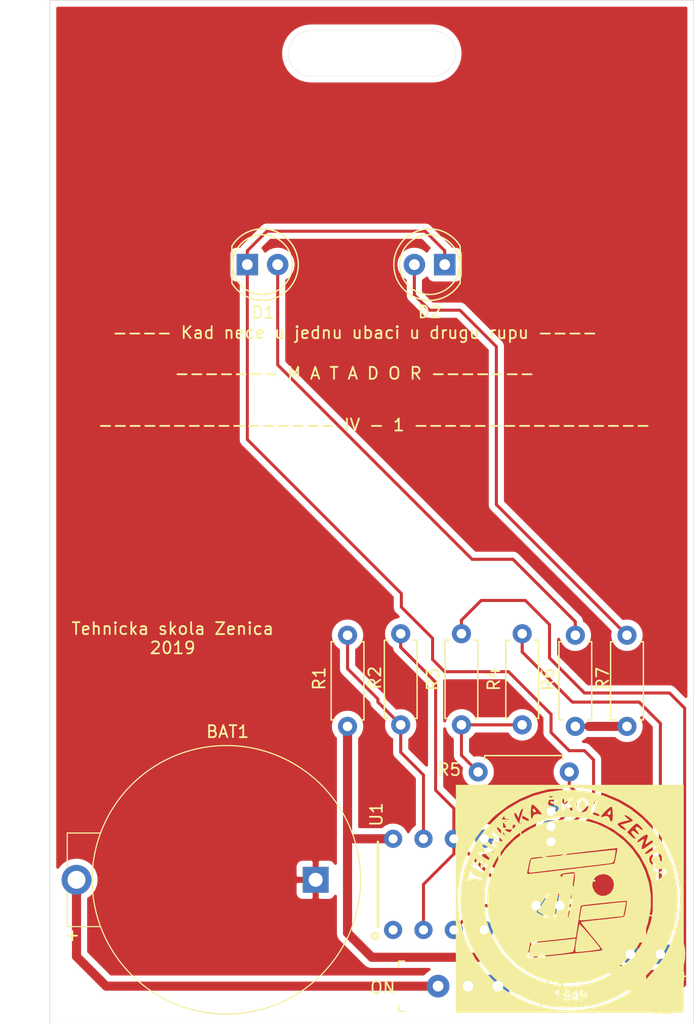
<source format=kicad_pcb>
(kicad_pcb (version 20171130) (host pcbnew 5.1.1-8be2ce7~80~ubuntu18.04.1)

  (general
    (thickness 1.6)
    (drawings 14)
    (tracks 110)
    (zones 0)
    (modules 16)
    (nets 16)
  )

  (page A4)
  (title_block
    (title "555 timer")
    (date 2019-04-15)
    (rev v01)
    (company "Tehnicka skola/SMS Mladost")
    (comment 4 "Anel Husakovic")
  )

  (layers
    (0 F.Cu signal hide)
    (31 B.Cu signal)
    (32 B.Adhes user)
    (33 F.Adhes user)
    (34 B.Paste user)
    (35 F.Paste user)
    (36 B.SilkS user)
    (37 F.SilkS user)
    (38 B.Mask user)
    (39 F.Mask user)
    (40 Dwgs.User user)
    (41 Cmts.User user)
    (42 Eco1.User user)
    (43 Eco2.User user)
    (44 Edge.Cuts user)
    (45 Margin user)
    (46 B.CrtYd user)
    (47 F.CrtYd user)
    (48 B.Fab user)
    (49 F.Fab user)
  )

  (setup
    (last_trace_width 0.25)
    (user_trace_width 0.254)
    (user_trace_width 0.762)
    (trace_clearance 0.2)
    (zone_clearance 0.508)
    (zone_45_only no)
    (trace_min 0.2)
    (via_size 0.8)
    (via_drill 0.4)
    (via_min_size 0.4)
    (via_min_drill 0.3)
    (user_via 0.4 0.3)
    (uvia_size 0.3)
    (uvia_drill 0.1)
    (uvias_allowed no)
    (uvia_min_size 0.2)
    (uvia_min_drill 0.1)
    (edge_width 0.05)
    (segment_width 0.2)
    (pcb_text_width 0.3)
    (pcb_text_size 1.5 1.5)
    (mod_edge_width 0.12)
    (mod_text_size 1 1)
    (mod_text_width 0.15)
    (pad_size 1.8 1.8)
    (pad_drill 0.9)
    (pad_to_mask_clearance 0.051)
    (solder_mask_min_width 0.25)
    (aux_axis_origin 0 0)
    (grid_origin 135.89 130.81)
    (visible_elements FFFFFF7F)
    (pcbplotparams
      (layerselection 0x010fc_7fffffff)
      (usegerberextensions true)
      (usegerberattributes false)
      (usegerberadvancedattributes false)
      (creategerberjobfile true)
      (excludeedgelayer true)
      (linewidth 0.100000)
      (plotframeref false)
      (viasonmask false)
      (mode 1)
      (useauxorigin false)
      (hpglpennumber 1)
      (hpglpenspeed 20)
      (hpglpendiameter 15.000000)
      (psnegative false)
      (psa4output false)
      (plotreference true)
      (plotvalue false)
      (plotinvisibletext false)
      (padsonsilk false)
      (subtractmaskfromsilk false)
      (outputformat 1)
      (mirror false)
      (drillshape 0)
      (scaleselection 1)
      (outputdirectory "/home/anel/workspace/eacon/electronic_workspace/vjezba/555_timer/gerbers/"))
  )

  (net 0 "")
  (net 1 "Net-(BAT1-PadPos)")
  (net 2 "Net-(C1-Pad1)")
  (net 3 GND)
  (net 4 "Net-(C2-Pad1)")
  (net 5 "Net-(D1-Pad1)")
  (net 6 "Net-(D1-Pad2)")
  (net 7 "Net-(D2-Pad2)")
  (net 8 "Net-(Q1-Pad2)")
  (net 9 "Net-(R1-Pad2)")
  (net 10 VCC)
  (net 11 "Net-(R3-Pad1)")
  (net 12 "Net-(R3-Pad2)")
  (net 13 "Net-(S1-Pad1)")
  (net 14 "Net-(U1-Pad1)")
  (net 15 "Net-(U1-Pad5)")

  (net_class Default "This is the default net class."
    (clearance 0.2)
    (trace_width 0.25)
    (via_dia 0.8)
    (via_drill 0.4)
    (uvia_dia 0.3)
    (uvia_drill 0.1)
    (add_net GND)
    (add_net "Net-(BAT1-PadPos)")
    (add_net "Net-(C1-Pad1)")
    (add_net "Net-(C2-Pad1)")
    (add_net "Net-(D1-Pad1)")
    (add_net "Net-(D1-Pad2)")
    (add_net "Net-(D2-Pad2)")
    (add_net "Net-(Q1-Pad2)")
    (add_net "Net-(R1-Pad2)")
    (add_net "Net-(R3-Pad1)")
    (add_net "Net-(R3-Pad2)")
    (add_net "Net-(S1-Pad1)")
    (add_net "Net-(U1-Pad1)")
    (add_net "Net-(U1-Pad5)")
    (add_net VCC)
  )

  (module logo:fig1 (layer F.Cu) (tedit 0) (tstamp 5CB6794F)
    (at 170.434 116.4844)
    (fp_text reference G*** (at 0 0) (layer F.SilkS) hide
      (effects (font (size 1.524 1.524) (thickness 0.3)))
    )
    (fp_text value LOGO (at 0.75 0) (layer F.SilkS) hide
      (effects (font (size 1.524 1.524) (thickness 0.3)))
    )
    (fp_poly (pts (xy 3.857707 -4.044515) (xy 3.86822 -3.942128) (xy 3.846585 -3.724817) (xy 3.806 -3.485337)
      (xy 3.745557 -3.203831) (xy 3.684215 -3.046364) (xy 3.590831 -2.970364) (xy 3.43426 -2.93326)
      (xy 3.397954 -2.927579) (xy 3.242973 -2.907013) (xy 2.941431 -2.869922) (xy 2.515022 -2.818868)
      (xy 1.985439 -2.756413) (xy 1.374377 -2.685118) (xy 0.703527 -2.607543) (xy 0.127 -2.541382)
      (xy -0.574809 -2.460695) (xy -1.232993 -2.384212) (xy -1.826153 -2.314482) (xy -2.332891 -2.254052)
      (xy -2.731806 -2.205471) (xy -3.001501 -2.171288) (xy -3.1115 -2.155739) (xy -3.30796 -2.142157)
      (xy -3.382599 -2.199962) (xy -3.386666 -2.235663) (xy -3.371808 -2.362519) (xy -3.334583 -2.582978)
      (xy -3.286018 -2.840093) (xy -3.237141 -3.076917) (xy -3.198978 -3.236504) (xy -3.186156 -3.271176)
      (xy -3.096987 -3.288496) (xy -2.861196 -3.320891) (xy -2.500179 -3.366011) (xy -2.035335 -3.421506)
      (xy -1.488059 -3.485027) (xy -0.87975 -3.554225) (xy -0.231804 -3.626752) (xy 0.43438 -3.700257)
      (xy 1.097407 -3.772391) (xy 1.735878 -3.840806) (xy 2.328397 -3.903153) (xy 2.853566 -3.957081)
      (xy 3.289988 -4.000242) (xy 3.616266 -4.030287) (xy 3.811003 -4.044866) (xy 3.857707 -4.044515)) (layer F.SilkS) (width 0.01))
    (fp_poly (pts (xy 0.40629 -2.077266) (xy 0.401684 -1.98978) (xy 0.374284 -1.759387) (xy 0.327418 -1.410489)
      (xy 0.264413 -0.967486) (xy 0.188594 -0.454777) (xy 0.153237 -0.22129) (xy -0.125792 1.608709)
      (xy -0.422729 1.656727) (xy -0.703313 1.703833) (xy -0.954652 1.748573) (xy -1.104726 1.767055)
      (xy -1.161125 1.717674) (xy -1.151055 1.558443) (xy -1.136652 1.4677) (xy -1.105572 1.280831)
      (xy -1.051667 0.960463) (xy -0.980586 0.540018) (xy -0.897979 0.052919) (xy -0.817 -0.423333)
      (xy -0.550333 -1.989666) (xy -0.08501 -2.046455) (xy 0.174641 -2.073329) (xy 0.354718 -2.082894)
      (xy 0.40629 -2.077266)) (layer F.SilkS) (width 0.01))
    (fp_poly (pts (xy 4.727111 0.301968) (xy 4.726125 0.389576) (xy 4.696966 0.598785) (xy 4.645861 0.885395)
      (xy 4.642445 0.903) (xy 4.529667 1.481667) (xy 3.259667 1.616317) (xy 2.552259 1.691671)
      (xy 1.995786 1.750775) (xy 1.572676 1.794065) (xy 1.265353 1.821976) (xy 1.056244 1.834946)
      (xy 0.927776 1.83341) (xy 0.862375 1.817804) (xy 0.842468 1.788564) (xy 0.850479 1.746128)
      (xy 0.868836 1.69093) (xy 0.872896 1.675552) (xy 0.913201 1.47354) (xy 0.960041 1.193844)
      (xy 0.977204 1.0795) (xy 1.02113 0.844531) (xy 1.067861 0.69746) (xy 1.089114 0.672989)
      (xy 1.185729 0.662879) (xy 1.425155 0.637092) (xy 1.781875 0.598395) (xy 2.230375 0.54956)
      (xy 2.745139 0.493356) (xy 2.921 0.474124) (xy 3.449621 0.41744) (xy 3.918365 0.36937)
      (xy 4.302209 0.332301) (xy 4.576131 0.308616) (xy 4.71511 0.3007) (xy 4.727111 0.301968)) (layer F.SilkS) (width 0.01))
    (fp_poly (pts (xy 0.920475 2.210113) (xy 1.068332 2.362866) (xy 1.27789 2.594997) (xy 1.526885 2.880262)
      (xy 1.793054 3.192413) (xy 2.054136 3.505206) (xy 2.287866 3.792394) (xy 2.471984 4.02773)
      (xy 2.584225 4.184971) (xy 2.606326 4.225797) (xy 2.536167 4.25459) (xy 2.335471 4.294269)
      (xy 2.042297 4.339914) (xy 1.694702 4.386606) (xy 1.330743 4.429425) (xy 0.988479 4.463453)
      (xy 0.705967 4.48377) (xy 0.582936 4.487334) (xy 0.534477 4.468462) (xy 0.510188 4.395173)
      (xy 0.511111 4.242461) (xy 0.538287 3.985314) (xy 0.592757 3.598726) (xy 0.63023 3.351177)
      (xy 0.697703 2.931082) (xy 0.761033 2.573214) (xy 0.814055 2.309928) (xy 0.850607 2.173581)
      (xy 0.85658 2.162986) (xy 0.920475 2.210113)) (layer F.SilkS) (width 0.01))
    (fp_poly (pts (xy 0.47016 3.861093) (xy 0.421635 4.146132) (xy 0.358732 4.366383) (xy 0.310687 4.454552)
      (xy 0.197001 4.49359) (xy -0.055503 4.542367) (xy -0.416916 4.596306) (xy -0.857329 4.650831)
      (xy -1.227666 4.689961) (xy -1.73357 4.740433) (xy -2.207891 4.789299) (xy -2.613239 4.832593)
      (xy -2.912228 4.866348) (xy -3.033615 4.88154) (xy -3.40023 4.931928) (xy -3.339575 4.519131)
      (xy -3.300826 4.250042) (xy -3.259253 4.052216) (xy -3.190533 3.91197) (xy -3.070345 3.815625)
      (xy -2.874368 3.749501) (xy -2.578278 3.699917) (xy -2.157755 3.653193) (xy -1.722126 3.609365)
      (xy -1.213696 3.557091) (xy -0.732145 3.506589) (xy -0.316553 3.462031) (xy -0.006005 3.427587)
      (xy 0.117139 3.413078) (xy 0.530612 3.361852) (xy 0.47016 3.861093)) (layer F.SilkS) (width 0.01))
    (fp_poly (pts (xy 1.280471 -8.139633) (xy 1.39298 -7.998819) (xy 1.427332 -7.78829) (xy 1.357703 -7.541252)
      (xy 1.351688 -7.529767) (xy 1.197054 -7.389911) (xy 0.996664 -7.384868) (xy 0.8636 -7.4676)
      (xy 0.769496 -7.667831) (xy 0.801729 -7.902998) (xy 0.92429 -8.079293) (xy 1.115633 -8.177526)
      (xy 1.280471 -8.139633)) (layer F.SilkS) (width 0.01))
    (fp_poly (pts (xy -2.950438 -7.474113) (xy -2.921 -7.450666) (xy -2.814566 -7.328445) (xy -2.794 -7.270966)
      (xy -2.862727 -7.205003) (xy -2.921 -7.196666) (xy -3.024172 -7.268203) (xy -3.048 -7.376367)
      (xy -3.029463 -7.498678) (xy -2.950438 -7.474113)) (layer F.SilkS) (width 0.01))
    (fp_poly (pts (xy 3.466487 -7.321496) (xy 3.471334 -7.214786) (xy 3.428577 -7.028812) (xy 3.31145 -6.984291)
      (xy 3.232457 -7.017987) (xy 3.189219 -7.098621) (xy 3.286195 -7.224516) (xy 3.299999 -7.237189)
      (xy 3.423678 -7.339931) (xy 3.466487 -7.321496)) (layer F.SilkS) (width 0.01))
    (fp_poly (pts (xy 7.835854 -2.241392) (xy 7.839049 -2.14698) (xy 7.73002 -2.061882) (xy 7.676484 -2.046958)
      (xy 7.555647 -2.08343) (xy 7.535334 -2.152792) (xy 7.606554 -2.262709) (xy 7.711722 -2.286)
      (xy 7.835854 -2.241392)) (layer F.SilkS) (width 0.01))
    (fp_poly (pts (xy 0.637471 -6.573917) (xy 1.50513 -6.458063) (xy 2.316143 -6.223047) (xy 3.111768 -5.85753)
      (xy 3.782237 -5.452072) (xy 4.599155 -4.812654) (xy 5.302901 -4.061433) (xy 5.884577 -3.217531)
      (xy 6.335285 -2.300071) (xy 6.646128 -1.328174) (xy 6.808208 -0.320962) (xy 6.812627 0.702441)
      (xy 6.783377 0.997656) (xy 6.569957 2.085444) (xy 6.20847 3.097379) (xy 5.703125 4.025622)
      (xy 5.058132 4.862332) (xy 4.339801 5.548848) (xy 3.851664 5.903787) (xy 3.265408 6.254118)
      (xy 2.642262 6.56784) (xy 2.043452 6.81295) (xy 1.735667 6.909919) (xy 1.317575 6.991006)
      (xy 0.786731 7.047243) (xy 0.197234 7.077335) (xy -0.396817 7.079987) (xy -0.941325 7.053901)
      (xy -1.38219 6.997783) (xy -1.439333 6.985966) (xy -2.465607 6.676015) (xy -3.410391 6.22676)
      (xy -4.263152 5.651218) (xy -5.013358 4.962404) (xy -5.095161 4.86109) (xy -3.49365 4.86109)
      (xy -3.484614 4.958501) (xy -3.436507 4.991921) (xy -3.381647 4.995334) (xy -3.255635 4.986692)
      (xy -2.987368 4.962472) (xy -2.602947 4.925231) (xy -2.128479 4.877527) (xy -1.590064 4.821916)
      (xy -1.296137 4.791004) (xy -0.659365 4.72399) (xy -0.002611 4.655508) (xy 0.629361 4.590181)
      (xy 1.191785 4.532631) (xy 1.639896 4.487483) (xy 1.7145 4.480088) (xy 2.119016 4.435832)
      (xy 2.454475 4.390915) (xy 2.68931 4.350175) (xy 2.791953 4.31845) (xy 2.794 4.314615)
      (xy 2.742719 4.233107) (xy 2.600559 4.043903) (xy 2.385048 3.769391) (xy 2.113711 3.431962)
      (xy 1.864807 3.127614) (xy 1.563294 2.758675) (xy 1.305379 2.437565) (xy 1.107976 2.185801)
      (xy 0.988001 2.024899) (xy 0.959312 1.9758) (xy 1.046735 1.960519) (xy 1.277629 1.931277)
      (xy 1.62697 1.890934) (xy 2.069733 1.842353) (xy 2.580894 1.788396) (xy 2.756338 1.770306)
      (xy 3.287056 1.713742) (xy 3.760006 1.659231) (xy 4.149485 1.61007) (xy 4.429789 1.56956)
      (xy 4.575215 1.541) (xy 4.588891 1.535089) (xy 4.630798 1.431243) (xy 4.682876 1.214857)
      (xy 4.736508 0.936783) (xy 4.783075 0.647876) (xy 4.81396 0.398991) (xy 4.820545 0.240983)
      (xy 4.812974 0.212752) (xy 4.723216 0.211377) (xy 4.494449 0.22628) (xy 4.155897 0.254461)
      (xy 3.736784 0.292922) (xy 3.266333 0.338666) (xy 2.773769 0.388694) (xy 2.288315 0.440007)
      (xy 1.839194 0.489608) (xy 1.455632 0.534499) (xy 1.166851 0.57168) (xy 1.002075 0.598154)
      (xy 0.975284 0.606479) (xy 0.953944 0.695634) (xy 0.912771 0.923148) (xy 0.856685 1.259866)
      (xy 0.790603 1.676631) (xy 0.749059 1.947334) (xy 0.550039 3.259667) (xy -0.000147 3.325667)
      (xy -0.280964 3.358271) (xy -0.68463 3.403713) (xy -1.165608 3.456934) (xy -1.67836 3.512873)
      (xy -1.905 3.537334) (xy -3.259666 3.683) (xy -3.397844 4.339167) (xy -3.464449 4.665906)
      (xy -3.49365 4.86109) (xy -5.095161 4.86109) (xy -5.650476 4.173335) (xy -6.163972 3.297026)
      (xy -6.543313 2.346494) (xy -6.777967 1.334754) (xy -6.792036 1.149843) (xy -2.744446 1.149843)
      (xy -2.742258 1.162106) (xy -2.637667 1.214518) (xy -2.427148 1.329609) (xy -2.151251 1.485101)
      (xy -2.074333 1.529098) (xy -1.769794 1.698569) (xy -1.550304 1.795946) (xy -1.355855 1.836492)
      (xy -1.126438 1.835475) (xy -0.931333 1.819863) (xy -0.617971 1.79028) (xy -0.354081 1.762688)
      (xy -0.214815 1.745515) (xy -0.156946 1.722385) (xy -0.106186 1.658119) (xy -0.0574 1.531841)
      (xy -0.005452 1.322672) (xy 0.054793 1.009733) (xy 0.128469 0.572145) (xy 0.220712 -0.010968)
      (xy 0.226779 -0.049942) (xy 0.330533 -0.711566) (xy 0.394885 -1.128458) (xy 1.92371 -1.128458)
      (xy 1.958665 -0.8985) (xy 2.129117 -0.548042) (xy 2.390772 -0.312601) (xy 2.707954 -0.201296)
      (xy 3.044992 -0.223246) (xy 3.36621 -0.387573) (xy 3.4925 -0.506395) (xy 3.685906 -0.826033)
      (xy 3.740039 -1.166852) (xy 3.669579 -1.493355) (xy 3.489205 -1.770045) (xy 3.213597 -1.961423)
      (xy 2.861616 -2.032) (xy 2.480559 -1.96036) (xy 2.18111 -1.765664) (xy 1.987438 -1.478251)
      (xy 1.92371 -1.128458) (xy 0.394885 -1.128458) (xy 0.409602 -1.223799) (xy 0.462195 -1.605029)
      (xy 0.486516 -1.873643) (xy 0.480773 -2.048031) (xy 0.443173 -2.146579) (xy 0.371922 -2.187676)
      (xy 0.265226 -2.18971) (xy 0.121293 -2.171069) (xy 0.021167 -2.158157) (xy -0.359611 -2.108958)
      (xy -0.596452 -2.060553) (xy -0.714493 -2.004412) (xy -0.738873 -1.932007) (xy -0.730649 -1.90309)
      (xy -0.733562 -1.797264) (xy -0.760562 -1.555693) (xy -0.80691 -1.208501) (xy -0.867865 -0.78581)
      (xy -0.938688 -0.317745) (xy -1.014639 0.165571) (xy -1.090977 0.634014) (xy -1.162963 1.057461)
      (xy -1.225858 1.405789) (xy -1.27492 1.648873) (xy -1.30541 1.75659) (xy -1.306771 1.758327)
      (xy -1.393392 1.740077) (xy -1.584516 1.659382) (xy -1.837763 1.538048) (xy -2.11075 1.397882)
      (xy -2.361094 1.260689) (xy -2.546415 1.148275) (xy -2.624329 1.082448) (xy -2.624666 1.080249)
      (xy -2.579642 0.992131) (xy -2.45408 0.786087) (xy -2.262249 0.484499) (xy -2.01842 0.109747)
      (xy -1.736859 -0.315788) (xy -1.686938 -0.390567) (xy -1.402958 -0.819582) (xy -1.157043 -1.199117)
      (xy -0.962804 -1.507495) (xy -0.833848 -1.723038) (xy -0.783785 -1.82407) (xy -0.784244 -1.828466)
      (xy -0.839204 -1.77183) (xy -0.973141 -1.593657) (xy -1.171979 -1.313878) (xy -1.421638 -0.952429)
      (xy -1.708041 -0.529242) (xy -1.818397 -0.364169) (xy -2.109567 0.079017) (xy -2.360311 0.472751)
      (xy -2.558075 0.796293) (xy -2.690304 1.028904) (xy -2.744446 1.149843) (xy -6.792036 1.149843)
      (xy -6.857407 0.290717) (xy -6.835053 -0.432301) (xy -6.759378 -1.056407) (xy -6.61912 -1.646718)
      (xy -6.435754 -2.180166) (xy -3.524198 -2.180166) (xy -3.51313 -2.05566) (xy -3.455872 -2.03296)
      (xy -3.350334 -2.04283) (xy -3.094715 -2.070635) (xy -2.707082 -2.114299) (xy -2.205501 -2.171747)
      (xy -1.608039 -2.240902) (xy -0.932761 -2.31969) (xy -0.197735 -2.406034) (xy 0.201475 -2.453157)
      (xy 0.956332 -2.542907) (xy 1.657299 -2.627213) (xy 2.286898 -2.703902) (xy 2.827651 -2.7708)
      (xy 3.26208 -2.825735) (xy 3.572708 -2.866533) (xy 3.742057 -2.891022) (xy 3.768607 -2.896697)
      (xy 3.793806 -2.9837) (xy 3.839588 -3.185545) (xy 3.896017 -3.453142) (xy 3.953157 -3.737396)
      (xy 4.001074 -3.989215) (xy 4.029831 -4.159506) (xy 4.033177 -4.203993) (xy 3.949485 -4.1972)
      (xy 3.71513 -4.172438) (xy 3.347597 -4.131695) (xy 2.864376 -4.07696) (xy 2.282955 -4.01022)
      (xy 1.620821 -3.933466) (xy 0.895464 -3.848685) (xy 0.508 -3.803136) (xy -0.248629 -3.714364)
      (xy -0.955856 -3.632053) (xy -1.595351 -3.558287) (xy -2.148783 -3.49515) (xy -2.597824 -3.444728)
      (xy -2.924145 -3.409104) (xy -3.109414 -3.390363) (xy -3.142818 -3.387976) (xy -3.233715 -3.33524)
      (xy -3.310037 -3.162359) (xy -3.380477 -2.8575) (xy -3.440248 -2.554912) (xy -3.493797 -2.304407)
      (xy -3.524198 -2.180166) (xy -6.435754 -2.180166) (xy -6.424274 -2.213562) (xy -5.962362 -3.18302)
      (xy -5.362101 -4.059277) (xy -4.633063 -4.831556) (xy -3.784818 -5.489078) (xy -3.214136 -5.828572)
      (xy -2.596324 -6.129584) (xy -2.016445 -6.341589) (xy -1.416921 -6.479618) (xy -0.740177 -6.558699)
      (xy -0.328091 -6.581951) (xy 0.637471 -6.573917)) (layer F.SilkS) (width 0.01))
    (fp_poly (pts (xy 0.583427 7.986505) (xy 0.57862 8.054238) (xy 0.497369 8.222503) (xy 0.395141 8.282863)
      (xy 0.290177 8.283229) (xy 0.304485 8.19456) (xy 0.332097 8.140277) (xy 0.452917 7.962203)
      (xy 0.544978 7.908055) (xy 0.583427 7.986505)) (layer F.SilkS) (width 0.01))
    (fp_poly (pts (xy -0.139207 7.784966) (xy -0.094963 7.827418) (xy -0.007661 7.944065) (xy -0.053501 8.046616)
      (xy -0.094963 8.089916) (xy -0.208724 8.177125) (xy -0.298116 8.132368) (xy -0.33514 8.089916)
      (xy -0.401672 7.955112) (xy -0.33514 7.827418) (xy -0.236211 7.740209) (xy -0.139207 7.784966)) (layer F.SilkS) (width 0.01))
    (fp_poly (pts (xy 1.719394 -8.893905) (xy 2.902427 -8.572752) (xy 4.059421 -8.088014) (xy 4.106334 -8.064529)
      (xy 5.142195 -7.449461) (xy 6.081067 -6.703381) (xy 6.911967 -5.841143) (xy 7.623912 -4.877603)
      (xy 8.205917 -3.827615) (xy 8.646999 -2.706032) (xy 8.935062 -1.534076) (xy 9.065899 -0.317642)
      (xy 9.035381 0.878462) (xy 8.851285 2.042115) (xy 8.521391 3.161195) (xy 8.053477 4.223579)
      (xy 7.455322 5.217144) (xy 6.734704 6.129768) (xy 5.899401 6.94933) (xy 4.957193 7.663705)
      (xy 3.915859 8.260773) (xy 2.783176 8.728411) (xy 2.243667 8.893962) (xy 1.920449 8.972802)
      (xy 1.588492 9.029104) (xy 1.206357 9.067156) (xy 0.732605 9.091245) (xy 0.211667 9.104218)
      (xy -0.270496 9.110037) (xy -0.710673 9.110407) (xy -1.07301 9.105667) (xy -1.321656 9.096157)
      (xy -1.397 9.089008) (xy -2.18973 8.915155) (xy -3.042848 8.63705) (xy -3.903191 8.276055)
      (xy -4.584072 7.922807) (xy -1.16279 7.922807) (xy -1.153685 7.955325) (xy -1.0795 7.933347)
      (xy -0.984615 7.924602) (xy -0.937082 8.013303) (xy -0.917833 8.235193) (xy -0.917783 8.236491)
      (xy -0.907756 8.4403) (xy -0.895997 8.48353) (xy -0.887513 8.434166) (xy -0.47923 8.434166)
      (xy -0.465666 8.466667) (xy -0.353507 8.548173) (xy -0.328673 8.551334) (xy -0.28277 8.499168)
      (xy -0.296333 8.466667) (xy -0.408492 8.385161) (xy -0.433327 8.382) (xy -0.47923 8.434166)
      (xy -0.887513 8.434166) (xy -0.877327 8.3749) (xy -0.869973 8.316984) (xy -0.853452 8.045706)
      (xy -0.854356 8.022788) (xy -0.484528 8.022788) (xy -0.39782 8.175645) (xy -0.239233 8.253244)
      (xy -0.105833 8.236504) (xy -0.012253 8.244682) (xy -0.020923 8.341213) (xy -0.1016 8.449734)
      (xy -0.153127 8.536703) (xy -0.110658 8.551334) (xy -0.004046 8.483275) (xy 0.033275 8.417409)
      (xy 0.050588 8.328494) (xy 0.169334 8.328494) (xy 0.240483 8.37202) (xy 0.338667 8.382)
      (xy 0.476247 8.417456) (xy 0.508 8.466667) (xy 0.559368 8.545577) (xy 0.653836 8.521638)
      (xy 0.693038 8.46167) (xy 0.931334 8.46167) (xy 0.992794 8.547888) (xy 1.016 8.551334)
      (xy 1.098466 8.522447) (xy 1.100667 8.513997) (xy 1.041338 8.441711) (xy 1.016 8.424334)
      (xy 0.937981 8.431046) (xy 0.931334 8.46167) (xy 0.693038 8.46167) (xy 0.693184 8.461448)
      (xy 0.709351 8.308869) (xy 0.69677 8.094282) (xy 0.684535 8.014635) (xy 0.882032 8.014635)
      (xy 0.900716 8.085667) (xy 1.002794 8.204362) (xy 1.204311 8.223971) (xy 1.248834 8.218987)
      (xy 1.335911 8.266376) (xy 1.348157 8.384358) (xy 1.279784 8.48891) (xy 1.267884 8.495595)
      (xy 1.248599 8.52223) (xy 1.28905 8.517272) (xy 1.364869 8.427501) (xy 1.417381 8.231764)
      (xy 1.423943 8.173798) (xy 1.422076 7.944473) (xy 1.383158 7.788275) (xy 1.370957 7.771757)
      (xy 1.321739 7.770667) (xy 1.33043 7.897946) (xy 1.314778 8.089437) (xy 1.232044 8.156938)
      (xy 1.098217 8.145866) (xy 1.031051 8.025674) (xy 1.051501 7.850291) (xy 1.086066 7.781251)
      (xy 1.140395 7.67012) (xy 1.083755 7.664707) (xy 1.063641 7.672012) (xy 0.916142 7.807567)
      (xy 0.882032 8.014635) (xy 0.684535 8.014635) (xy 0.664095 7.881588) (xy 0.619983 7.734683)
      (xy 0.590679 7.704667) (xy 0.511932 7.76929) (xy 0.391794 7.92415) (xy 0.269788 8.110732)
      (xy 0.185436 8.270521) (xy 0.169334 8.328494) (xy 0.050588 8.328494) (xy 0.085777 8.147778)
      (xy 0.047508 7.908934) (xy -0.061504 7.738494) (xy -0.22123 7.67407) (xy -0.344546 7.707814)
      (xy -0.474917 7.848802) (xy -0.484528 8.022788) (xy -0.854356 8.022788) (xy -0.862356 7.820116)
      (xy -0.889 7.59993) (xy -1.058333 7.793655) (xy -1.16279 7.922807) (xy -4.584072 7.922807)
      (xy -4.717593 7.853535) (xy -5.174679 7.57101) (xy -5.888092 7.021519) (xy -6.58628 6.343909)
      (xy -7.236175 5.578451) (xy -7.804707 4.765419) (xy -8.258806 3.945083) (xy -8.386014 3.660264)
      (xy -8.794323 2.466513) (xy -9.037534 1.253866) (xy -9.094871 0.372793) (xy -7.062956 0.372793)
      (xy -7.036578 1.021379) (xy -6.97039 1.60262) (xy -6.909001 1.905) (xy -6.713004 2.513032)
      (xy -6.429075 3.174642) (xy -6.087314 3.83068) (xy -5.717818 4.421994) (xy -5.444886 4.782343)
      (xy -4.677881 5.564929) (xy -3.810102 6.216827) (xy -2.857528 6.729139) (xy -1.836135 7.092968)
      (xy -0.973666 7.272092) (xy -0.5304 7.327871) (xy -0.156017 7.350786) (xy 0.219875 7.34103)
      (xy 0.66767 7.298795) (xy 0.848888 7.27706) (xy 1.888923 7.06549) (xy 2.871026 6.703045)
      (xy 3.781848 6.202209) (xy 4.608042 5.575465) (xy 5.336258 4.835296) (xy 5.953149 3.994187)
      (xy 6.445366 3.06462) (xy 6.799561 2.059079) (xy 6.904659 1.613617) (xy 6.981292 1.049189)
      (xy 7.010556 0.394492) (xy 6.994213 -0.289017) (xy 6.934028 -0.939882) (xy 6.831763 -1.496644)
      (xy 6.81343 -1.566333) (xy 6.474197 -2.513186) (xy 6.980375 -2.513186) (xy 6.993098 -2.422427)
      (xy 7.098951 -2.304114) (xy 7.165487 -2.286) (xy 7.279362 -2.215081) (xy 7.371948 -2.058688)
      (xy 7.415833 -1.877061) (xy 7.357858 -1.776903) (xy 7.331036 -1.760116) (xy 7.245077 -1.6389)
      (xy 7.251286 -1.564847) (xy 7.282069 -1.507045) (xy 7.332794 -1.496189) (xy 7.428933 -1.547028)
      (xy 7.595955 -1.674309) (xy 7.859333 -1.892781) (xy 7.951234 -1.97013) (xy 8.147342 -2.173261)
      (xy 8.184993 -2.320382) (xy 8.063222 -2.41317) (xy 7.781063 -2.453303) (xy 7.671915 -2.455333)
      (xy 7.386914 -2.464484) (xy 7.158587 -2.487922) (xy 7.075631 -2.507093) (xy 6.980375 -2.513186)
      (xy 6.474197 -2.513186) (xy 6.442832 -2.60073) (xy 6.071226 -3.290506) (xy 6.686606 -3.290506)
      (xy 6.73184 -3.035848) (xy 6.87374 -2.843334) (xy 6.876839 -2.841134) (xy 7.075115 -2.726635)
      (xy 7.17562 -2.736503) (xy 7.196667 -2.826458) (xy 7.125731 -2.940182) (xy 7.027334 -2.987865)
      (xy 6.892026 -3.093368) (xy 6.864811 -3.267072) (xy 6.952364 -3.441573) (xy 6.97988 -3.467084)
      (xy 7.150867 -3.533407) (xy 7.339714 -3.540951) (xy 7.516496 -3.488526) (xy 7.575567 -3.356347)
      (xy 7.577667 -3.302) (xy 7.611593 -3.119189) (xy 7.685003 -3.073115) (xy 7.755346 -3.171881)
      (xy 7.774513 -3.264522) (xy 7.736577 -3.506504) (xy 7.592796 -3.706769) (xy 7.388799 -3.807056)
      (xy 7.347312 -3.81) (xy 7.116198 -3.760364) (xy 6.882722 -3.641591) (xy 6.753463 -3.522158)
      (xy 6.686606 -3.290506) (xy 6.071226 -3.290506) (xy 5.930885 -3.551007) (xy 5.787355 -3.742169)
      (xy 6.330277 -3.742169) (xy 6.396088 -3.694869) (xy 6.54556 -3.756163) (xy 6.633281 -3.811392)
      (xy 6.867211 -3.957667) (xy 7.076892 -4.075192) (xy 7.090834 -4.082159) (xy 7.219395 -4.185286)
      (xy 7.284391 -4.306781) (xy 7.263359 -4.390334) (xy 7.217834 -4.400499) (xy 7.082544 -4.351668)
      (xy 6.883299 -4.233376) (xy 6.664932 -4.078877) (xy 6.472276 -3.921426) (xy 6.350165 -3.794278)
      (xy 6.330277 -3.742169) (xy 5.787355 -3.742169) (xy 5.289259 -4.405563) (xy 5.008473 -4.681765)
      (xy 5.682421 -4.681765) (xy 5.778473 -4.689586) (xy 5.980775 -4.80462) (xy 6.011911 -4.826411)
      (xy 6.173306 -4.937578) (xy 6.244885 -4.957758) (xy 6.237485 -4.865386) (xy 6.161939 -4.638896)
      (xy 6.138908 -4.573629) (xy 6.053246 -4.292076) (xy 6.047792 -4.138187) (xy 6.133224 -4.109005)
      (xy 6.320222 -4.201577) (xy 6.619464 -4.412946) (xy 6.646334 -4.433206) (xy 6.846341 -4.584091)
      (xy 6.982636 -4.68621) (xy 7.014645 -4.709698) (xy 7.006573 -4.786408) (xy 6.988273 -4.820705)
      (xy 6.887706 -4.835608) (xy 6.6938 -4.728091) (xy 6.641128 -4.689289) (xy 6.456757 -4.555284)
      (xy 6.372636 -4.526865) (xy 6.378114 -4.619736) (xy 6.462545 -4.849596) (xy 6.488405 -4.914481)
      (xy 6.572383 -5.185431) (xy 6.553412 -5.324938) (xy 6.429547 -5.33373) (xy 6.198847 -5.212534)
      (xy 6.022865 -5.088603) (xy 5.805506 -4.902573) (xy 5.691729 -4.75986) (xy 5.682421 -4.681765)
      (xy 5.008473 -4.681765) (xy 4.529623 -5.152796) (xy 4.007838 -5.531378) (xy 4.837466 -5.531378)
      (xy 5.143364 -5.22548) (xy 5.345217 -5.05106) (xy 5.485825 -4.975632) (xy 5.542875 -4.995833)
      (xy 5.494052 -5.108297) (xy 5.366901 -5.259179) (xy 5.221095 -5.436786) (xy 5.197458 -5.552623)
      (xy 5.231837 -5.60437) (xy 5.333689 -5.645959) (xy 5.473639 -5.567448) (xy 5.544212 -5.5047)
      (xy 5.700273 -5.386392) (xy 5.80559 -5.356888) (xy 5.813778 -5.362222) (xy 5.800806 -5.454539)
      (xy 5.694377 -5.606407) (xy 5.6713 -5.631788) (xy 5.544469 -5.797363) (xy 5.543358 -5.908727)
      (xy 5.571067 -5.9436) (xy 5.673238 -5.984363) (xy 5.814482 -5.904272) (xy 5.882878 -5.843367)
      (xy 6.039078 -5.7252) (xy 6.14474 -5.696039) (xy 6.152994 -5.701438) (xy 6.136908 -5.789339)
      (xy 6.032452 -5.936574) (xy 5.883073 -6.096182) (xy 5.732214 -6.221201) (xy 5.631311 -6.265333)
      (xy 5.526336 -6.208106) (xy 5.350718 -6.059757) (xy 5.187218 -5.898356) (xy 4.837466 -5.531378)
      (xy 4.007838 -5.531378) (xy 3.663649 -5.781104) (xy 2.813481 -6.221641) (xy 4.032861 -6.221641)
      (xy 4.073317 -6.118237) (xy 4.220144 -5.966502) (xy 4.346108 -5.868075) (xy 4.569932 -5.735818)
      (xy 4.706619 -5.701453) (xy 4.735753 -5.754211) (xy 4.636916 -5.883321) (xy 4.537982 -5.969287)
      (xy 4.310366 -6.150782) (xy 4.822183 -6.293079) (xy 5.087392 -6.376108) (xy 5.271708 -6.451585)
      (xy 5.332192 -6.498522) (xy 5.267747 -6.588183) (xy 5.112914 -6.714969) (xy 4.920334 -6.84415)
      (xy 4.742648 -6.940997) (xy 4.632496 -6.97078) (xy 4.623582 -6.966026) (xy 4.64463 -6.883073)
      (xy 4.768518 -6.750952) (xy 4.799952 -6.724932) (xy 5.032216 -6.539731) (xy 4.552362 -6.432344)
      (xy 4.286212 -6.357642) (xy 4.095524 -6.275817) (xy 4.032861 -6.221641) (xy 2.813481 -6.221641)
      (xy 2.703005 -6.278887) (xy 1.735667 -6.614301) (xy 1.170446 -6.725308) (xy 0.505155 -6.789609)
      (xy -0.199396 -6.806388) (xy -0.882396 -6.77483) (xy -1.483036 -6.694118) (xy -1.640529 -6.659597)
      (xy -2.677625 -6.320879) (xy -3.634347 -5.838612) (xy -4.499836 -5.223649) (xy -5.263234 -4.486848)
      (xy -5.913686 -3.639062) (xy -6.440333 -2.691148) (xy -6.832317 -1.65396) (xy -6.904095 -1.397)
      (xy -6.996629 -0.894401) (xy -7.049611 -0.285135) (xy -7.062956 0.372793) (xy -9.094871 0.372793)
      (xy -9.11685 0.035063) (xy -9.033474 -1.177159) (xy -8.949245 -1.5875) (xy -8.43636 -1.5875)
      (xy -8.43235 -1.462916) (xy -8.357675 -1.45184) (xy -8.270519 -1.557907) (xy -8.262754 -1.576656)
      (xy -8.212214 -1.649692) (xy -8.111555 -1.677043) (xy -7.927153 -1.657916) (xy -7.625381 -1.591516)
      (xy -7.491839 -1.558476) (xy -7.328308 -1.535409) (xy -7.291082 -1.59017) (xy -7.297671 -1.615346)
      (xy -7.397038 -1.703286) (xy -7.60305 -1.79098) (xy -7.710876 -1.821494) (xy -7.962276 -1.904029)
      (xy -8.084453 -2.010322) (xy -8.112722 -2.099198) (xy -8.165108 -2.258639) (xy -8.238668 -2.262333)
      (xy -8.312311 -2.118507) (xy -8.33926 -2.010833) (xy -8.391083 -1.770988) (xy -8.43636 -1.5875)
      (xy -8.949245 -1.5875) (xy -8.788611 -2.37006) (xy -8.663636 -2.728143) (xy -8.081662 -2.728143)
      (xy -8.068849 -2.618007) (xy -7.970295 -2.561817) (xy -7.771892 -2.467694) (xy -7.530895 -2.360882)
      (xy -7.30456 -2.266627) (xy -7.150145 -2.210173) (xy -7.134303 -2.20595) (xy -7.092693 -2.272622)
      (xy -7.01311 -2.444786) (xy -6.98325 -2.514915) (xy -6.897471 -2.765933) (xy -6.875762 -2.929181)
      (xy -6.910751 -2.9835) (xy -6.995067 -2.907733) (xy -7.074232 -2.776041) (xy -7.203791 -2.57391)
      (xy -7.311133 -2.517534) (xy -7.356478 -2.534115) (xy -7.427749 -2.623284) (xy -7.409667 -2.783174)
      (xy -7.381856 -2.869574) (xy -7.331956 -3.05359) (xy -7.360933 -3.12592) (xy -7.403559 -3.132666)
      (xy -7.506778 -3.060522) (xy -7.570101 -2.921) (xy -7.656226 -2.762) (xy -7.758488 -2.709333)
      (xy -7.853392 -2.757029) (xy -7.841541 -2.878666) (xy -7.769704 -3.111666) (xy -7.737125 -3.217333)
      (xy -7.729163 -3.351424) (xy -7.770265 -3.386666) (xy -7.854431 -3.314341) (xy -7.950528 -3.138921)
      (xy -8.034343 -2.922743) (xy -8.081662 -2.728143) (xy -8.663636 -2.728143) (xy -8.383464 -3.530901)
      (xy -8.238744 -3.817159) (xy -7.62 -3.817159) (xy -7.555488 -3.741222) (xy -7.394217 -3.61176)
      (xy -7.184585 -3.462443) (xy -6.974993 -3.326944) (xy -6.813838 -3.238933) (xy -6.766278 -3.223224)
      (xy -6.667859 -3.267016) (xy -6.658288 -3.275934) (xy -6.675189 -3.3626) (xy -6.794908 -3.495193)
      (xy -6.810986 -3.508767) (xy -6.948767 -3.639931) (xy -6.964335 -3.740832) (xy -6.895709 -3.850221)
      (xy -6.778594 -3.96353) (xy -6.651816 -3.941701) (xy -6.591918 -3.90677) (xy -6.41201 -3.845129)
      (xy -6.334031 -3.876769) (xy -6.360815 -3.952641) (xy -6.493094 -4.079321) (xy -6.687795 -4.226368)
      (xy -6.901844 -4.36334) (xy -7.09217 -4.459796) (xy -7.197938 -4.487333) (xy -7.278955 -4.442371)
      (xy -7.245163 -4.341108) (xy -7.11455 -4.234698) (xy -7.002631 -4.144549) (xy -7.010015 -4.015841)
      (xy -7.043474 -3.935386) (xy -7.159639 -3.756337) (xy -7.268346 -3.746164) (xy -7.323666 -3.81)
      (xy -7.4292 -3.882101) (xy -7.557019 -3.885531) (xy -7.619992 -3.818186) (xy -7.62 -3.817159)
      (xy -8.238744 -3.817159) (xy -7.819237 -4.646944) (xy -7.617365 -4.970116) (xy -6.915918 -4.970116)
      (xy -6.886503 -4.875048) (xy -6.758666 -4.721354) (xy -6.573122 -4.544328) (xy -6.370589 -4.379264)
      (xy -6.191782 -4.261458) (xy -6.077416 -4.226203) (xy -6.06526 -4.232722) (xy -6.077447 -4.325248)
      (xy -6.193139 -4.477053) (xy -6.270141 -4.551631) (xy -6.548095 -4.799983) (xy -6.068047 -4.760174)
      (xy -5.775369 -4.750304) (xy -5.613268 -4.777309) (xy -5.588 -4.807632) (xy -5.646601 -4.912446)
      (xy -5.795117 -5.065085) (xy -5.992617 -5.233407) (xy -6.19817 -5.385273) (xy -6.370846 -5.48854)
      (xy -6.469714 -5.511068) (xy -6.476006 -5.504942) (xy -6.451934 -5.401194) (xy -6.325859 -5.24847)
      (xy -6.267267 -5.195635) (xy -6.109049 -5.05301) (xy -6.0305 -4.963156) (xy -6.028924 -4.951607)
      (xy -6.119306 -4.950172) (xy -6.321707 -4.971873) (xy -6.458849 -4.991511) (xy -6.732507 -5.01516)
      (xy -6.893749 -4.989305) (xy -6.915918 -4.970116) (xy -7.617365 -4.970116) (xy -7.562313 -5.058247)
      (xy -7.249078 -5.478941) (xy -6.861396 -5.926505) (xy -6.053766 -5.926505) (xy -6.032614 -5.810898)
      (xy -5.898739 -5.617522) (xy -5.749582 -5.453102) (xy -5.488962 -5.204469) (xy -5.325606 -5.089706)
      (xy -5.255986 -5.106616) (xy -5.253127 -5.1435) (xy -5.307644 -5.234773) (xy -5.446326 -5.410873)
      (xy -5.624349 -5.616903) (xy -5.856988 -5.852333) (xy -6.004144 -5.944547) (xy -6.053766 -5.926505)
      (xy -6.861396 -5.926505) (xy -6.838075 -5.953427) (xy -6.370969 -6.439416) (xy -6.168318 -6.630981)
      (xy -5.727526 -6.630981) (xy -5.635253 -6.61491) (xy -5.616521 -6.613821) (xy -5.496067 -6.590568)
      (xy -5.477982 -6.505969) (xy -5.52749 -6.354662) (xy -5.560285 -6.053118) (xy -5.443937 -5.783366)
      (xy -5.218468 -5.602341) (xy -4.979794 -5.518938) (xy -4.799484 -5.556047) (xy -4.656666 -5.672666)
      (xy -4.531332 -5.854624) (xy -4.491176 -6.032761) (xy -4.540133 -6.155308) (xy -4.618045 -6.180666)
      (xy -4.725082 -6.126315) (xy -4.735013 -6.074833) (xy -4.738385 -5.862883) (xy -4.837347 -5.770016)
      (xy -4.951048 -5.757333) (xy -5.132923 -5.81394) (xy -5.276552 -5.953619) (xy -5.364299 -6.131161)
      (xy -5.378523 -6.301353) (xy -5.301588 -6.418984) (xy -5.219108 -6.444433) (xy -5.032698 -6.470595)
      (xy -4.962086 -6.511848) (xy -4.953 -6.561666) (xy -5.025671 -6.619082) (xy -5.185833 -6.633849)
      (xy -5.36138 -6.654255) (xy -5.424858 -6.764175) (xy -5.428488 -6.803183) (xy -5.443372 -6.911956)
      (xy -5.4719 -6.857245) (xy -5.476027 -6.842039) (xy -5.582986 -6.697439) (xy -5.656705 -6.66136)
      (xy -5.727526 -6.630981) (xy -6.168318 -6.630981) (xy -5.889425 -6.894617) (xy -5.754066 -7.008466)
      (xy -4.606234 -7.008466) (xy -4.518267 -6.777612) (xy -4.402666 -6.561666) (xy -4.234294 -6.292838)
      (xy -4.11612 -6.168306) (xy -4.036952 -6.173848) (xy -3.992265 -6.291712) (xy -4.037273 -6.35714)
      (xy -4.096141 -6.509122) (xy -4.088632 -6.603618) (xy -4.052227 -6.696033) (xy -3.98129 -6.705188)
      (xy -3.828763 -6.628454) (xy -3.754368 -6.584935) (xy -3.524172 -6.477505) (xy -3.387162 -6.487641)
      (xy -3.371203 -6.50093) (xy -3.365547 -6.587015) (xy -3.50754 -6.700827) (xy -3.630593 -6.768194)
      (xy -3.858813 -6.896084) (xy -3.957894 -7.007018) (xy -3.953345 -7.153014) (xy -3.941845 -7.186673)
      (xy -3.217333 -7.186673) (xy -3.206385 -6.862721) (xy -3.17509 -6.679475) (xy -3.132666 -6.646333)
      (xy -3.05512 -6.768684) (xy -3.048 -6.822759) (xy -3.037279 -6.841551) (xy 2.650926 -6.841551)
      (xy 2.653716 -6.800729) (xy 2.765246 -6.790458) (xy 2.884467 -6.841973) (xy 3.090324 -6.893309)
      (xy 3.276107 -6.822859) (xy 3.380419 -6.66008) (xy 3.386667 -6.601021) (xy 3.440321 -6.465421)
      (xy 3.513667 -6.434666) (xy 3.582919 -6.469727) (xy 3.622427 -6.595708) (xy 3.638933 -6.843812)
      (xy 3.640667 -7.022336) (xy 3.627648 -7.341321) (xy 3.592651 -7.571305) (xy 3.54663 -7.668125)
      (xy 3.44864 -7.642428) (xy 3.281894 -7.525046) (xy 3.082571 -7.351122) (xy 2.88685 -7.155802)
      (xy 2.730909 -6.97423) (xy 2.650926 -6.841551) (xy -3.037279 -6.841551) (xy -2.975637 -6.949587)
      (xy -2.806965 -7.038959) (xy -2.614609 -7.065044) (xy -2.490215 -7.021149) (xy -2.34518 -6.954407)
      (xy -2.285369 -6.956988) (xy -2.292651 -7.02867) (xy -2.377415 -7.161887) (xy 1.821982 -7.161887)
      (xy 1.892409 -7.08599) (xy 2.068592 -6.996209) (xy 2.116667 -6.977828) (xy 2.370154 -6.892537)
      (xy 2.497935 -6.87162) (xy 2.530486 -6.914017) (xy 2.518873 -6.963833) (xy 2.4151 -7.06604)
      (xy 2.321317 -7.099051) (xy 2.153082 -7.153007) (xy 2.083012 -7.260056) (xy 2.100204 -7.457971)
      (xy 2.157279 -7.667371) (xy 2.23679 -7.92934) (xy 2.271909 -8.067473) (xy 2.264144 -8.120928)
      (xy 2.215 -8.128865) (xy 2.175006 -8.128) (xy 2.103913 -8.054346) (xy 2.013763 -7.868628)
      (xy 1.923874 -7.623708) (xy 1.853562 -7.372449) (xy 1.822144 -7.167716) (xy 1.821982 -7.161887)
      (xy -2.377415 -7.161887) (xy -2.395429 -7.190197) (xy -2.572329 -7.408876) (xy -2.604934 -7.445702)
      (xy -2.847217 -7.692817) (xy -3.026604 -7.827081) (xy -3.116412 -7.841712) (xy -3.174576 -7.719714)
      (xy -3.20924 -7.456313) (xy -3.217333 -7.186673) (xy -3.941845 -7.186673) (xy -3.898303 -7.314102)
      (xy -3.855981 -7.462478) (xy -3.900128 -7.492608) (xy -3.939717 -7.480242) (xy -4.036308 -7.374879)
      (xy -4.13053 -7.167748) (xy -4.156285 -7.083707) (xy -4.250409 -6.734158) (xy -4.376467 -6.974749)
      (xy -4.490581 -7.133917) (xy -4.585428 -7.132242) (xy -4.589711 -7.128155) (xy -4.606234 -7.008466)
      (xy -5.754066 -7.008466) (xy -5.435108 -7.276738) (xy -5.222541 -7.433151) (xy -4.484626 -7.873936)
      (xy -1.766838 -7.873936) (xy -1.711497 -7.784254) (xy -1.558565 -7.721363) (xy -1.3335 -7.667792)
      (xy -1.164916 -7.60411) (xy -1.100666 -7.531063) (xy -1.169887 -7.424595) (xy -1.32937 -7.382419)
      (xy -1.506849 -7.421308) (xy -1.526087 -7.432321) (xy -1.678665 -7.485851) (xy -1.739959 -7.43258)
      (xy -1.682232 -7.31029) (xy -1.509608 -7.216612) (xy -1.27143 -7.206479) (xy -1.048147 -7.277665)
      (xy -0.979714 -7.329714) (xy -0.865651 -7.520733) (xy -0.911741 -7.688541) (xy -1.108943 -7.816732)
      (xy -1.161655 -7.831666) (xy -0.592666 -7.831666) (xy -0.580704 -7.544084) (xy -0.549014 -7.34719)
      (xy -0.508 -7.281333) (xy -0.437776 -7.351769) (xy -0.423333 -7.4403) (xy -0.363306 -7.627789)
      (xy -0.303655 -7.69859) (xy -0.205106 -7.737821) (xy -0.106309 -7.655616) (xy -0.0314 -7.539624)
      (xy 0.098683 -7.366914) (xy 0.217064 -7.282891) (xy 0.229922 -7.281333) (xy 0.315755 -7.297534)
      (xy 0.320859 -7.366741) (xy 0.237441 -7.519864) (xy 0.128241 -7.684654) (xy 0.007209 -7.862768)
      (xy 0.593393 -7.862768) (xy 0.615188 -7.603447) (xy 0.729948 -7.376735) (xy 0.927887 -7.228772)
      (xy 1.100667 -7.196666) (xy 1.329187 -7.255308) (xy 1.474151 -7.357695) (xy 1.592632 -7.599026)
      (xy 1.595929 -7.882631) (xy 1.493943 -8.142545) (xy 1.3335 -8.294673) (xy 1.148836 -8.376666)
      (xy 0.998124 -8.359666) (xy 0.867834 -8.294673) (xy 0.674347 -8.108557) (xy 0.593393 -7.862768)
      (xy 0.007209 -7.862768) (xy -0.082186 -7.994324) (xy 0.149264 -8.235905) (xy 0.282343 -8.384071)
      (xy 0.298207 -8.436956) (xy 0.211524 -8.417332) (xy 0.035552 -8.319751) (xy -0.169037 -8.161527)
      (xy -0.1905 -8.142081) (xy -0.423333 -7.926986) (xy -0.423333 -8.154493) (xy -0.450468 -8.321033)
      (xy -0.508 -8.382) (xy -0.552243 -8.304242) (xy -0.582535 -8.09826) (xy -0.592666 -7.831666)
      (xy -1.161655 -7.831666) (xy -1.273892 -7.863464) (xy -1.475485 -7.93382) (xy -1.58879 -8.027842)
      (xy -1.592046 -8.035806) (xy -1.581677 -8.105744) (xy -1.46116 -8.114595) (xy -1.314319 -8.091625)
      (xy -1.107013 -8.065618) (xy -1.031118 -8.097427) (xy -1.035332 -8.143662) (xy -1.142365 -8.220842)
      (xy -1.369617 -8.254544) (xy -1.404055 -8.255) (xy -1.621373 -8.241934) (xy -1.722766 -8.179836)
      (xy -1.761003 -8.03436) (xy -1.762503 -8.021685) (xy -1.766838 -7.873936) (xy -4.484626 -7.873936)
      (xy -4.146927 -8.075656) (xy -3.163577 -8.498769) (xy -1.683662 -8.498769) (xy -1.639868 -8.441423)
      (xy -1.541335 -8.437797) (xy -1.391987 -8.489164) (xy -1.282407 -8.560101) (xy -1.27 -8.586062)
      (xy -1.342688 -8.607718) (xy -1.481666 -8.614833) (xy -1.658617 -8.584301) (xy -1.683662 -8.498769)
      (xy -3.163577 -8.498769) (xy -3.022023 -8.559676) (xy -1.860385 -8.88436) (xy -0.674566 -9.04886)
      (xy 0.522879 -9.052325) (xy 1.719394 -8.893905)) (layer F.SilkS) (width 0.01))
    (fp_poly (pts (xy 9.567334 9.567334) (xy -9.482666 9.567334) (xy -9.482666 0.575184) (xy -9.295989 0.575184)
      (xy -9.158067 1.768083) (xy -8.872866 2.921274) (xy -8.475572 3.938406) (xy -7.874263 5.033287)
      (xy -7.152316 6.022641) (xy -6.322703 6.899191) (xy -5.398397 7.655661) (xy -4.392367 8.284773)
      (xy -3.317587 8.77925) (xy -2.187026 9.131816) (xy -1.013657 9.335194) (xy 0.189549 9.382107)
      (xy 1.100667 9.310631) (xy 2.331473 9.068688) (xy 3.504059 8.673192) (xy 4.605612 8.132368)
      (xy 5.623321 7.45444) (xy 6.544371 6.647633) (xy 7.35595 5.720171) (xy 7.879521 4.959366)
      (xy 8.460541 3.863245) (xy 8.884849 2.722092) (xy 9.154005 1.550832) (xy 9.26957 0.364393)
      (xy 9.233105 -0.822299) (xy 9.04617 -1.994318) (xy 8.710327 -3.136737) (xy 8.227137 -4.234629)
      (xy 7.598159 -5.273068) (xy 6.824956 -6.237128) (xy 6.694117 -6.377036) (xy 6.003393 -7.044229)
      (xy 5.306666 -7.59278) (xy 4.546396 -8.065346) (xy 4.106334 -8.295463) (xy 2.948454 -8.778577)
      (xy 1.763363 -9.099252) (xy 0.564504 -9.259429) (xy -0.634679 -9.26105) (xy -1.820741 -9.106054)
      (xy -2.98024 -8.796385) (xy -4.099729 -8.333982) (xy -5.165766 -7.720787) (xy -6.164905 -6.958741)
      (xy -6.360358 -6.78421) (xy -7.148256 -5.954071) (xy -7.840317 -5.005483) (xy -8.414583 -3.972364)
      (xy -8.813989 -2.994118) (xy -9.125159 -1.830681) (xy -9.285423 -0.632659) (xy -9.295989 0.575184)
      (xy -9.482666 0.575184) (xy -9.482666 -9.482666) (xy 9.567334 -9.482666) (xy 9.567334 9.567334)) (layer F.SilkS) (width 0.01))
  )

  (module LED_THT:LED_D5.0mm_Clear (layer F.Cu) (tedit 5A6C9BC0) (tstamp 5CB65E78)
    (at 160.02 63.5 180)
    (descr "LED, diameter 5.0mm, 2 pins, http://cdn-reichelt.de/documents/datenblatt/A500/LL-504BC2E-009.pdf")
    (tags "LED diameter 5.0mm 2 pins")
    (path /5CB459F2)
    (fp_text reference D2 (at 1.27 -3.96 180) (layer F.SilkS)
      (effects (font (size 1 1) (thickness 0.15)))
    )
    (fp_text value RED (at 1.27 3.96 180) (layer F.Fab)
      (effects (font (size 1 1) (thickness 0.15)))
    )
    (fp_arc (start 1.27 0) (end -1.29 1.54483) (angle -148.9) (layer F.SilkS) (width 0.12))
    (fp_arc (start 1.27 0) (end -1.29 -1.54483) (angle 148.9) (layer F.SilkS) (width 0.12))
    (fp_arc (start 1.27 0) (end -1.23 -1.469694) (angle 299.1) (layer F.Fab) (width 0.1))
    (fp_circle (center 1.27 0) (end 3.77 0) (layer F.SilkS) (width 0.12))
    (fp_circle (center 1.27 0) (end 3.77 0) (layer F.Fab) (width 0.1))
    (fp_line (start 4.5 -3.25) (end -1.95 -3.25) (layer F.CrtYd) (width 0.05))
    (fp_line (start 4.5 3.25) (end 4.5 -3.25) (layer F.CrtYd) (width 0.05))
    (fp_line (start -1.95 3.25) (end 4.5 3.25) (layer F.CrtYd) (width 0.05))
    (fp_line (start -1.95 -3.25) (end -1.95 3.25) (layer F.CrtYd) (width 0.05))
    (fp_line (start -1.29 -1.545) (end -1.29 1.545) (layer F.SilkS) (width 0.12))
    (fp_line (start -1.23 -1.469694) (end -1.23 1.469694) (layer F.Fab) (width 0.1))
    (fp_text user %R (at 3.175 -3.937 180) (layer F.Fab)
      (effects (font (size 0.8 0.8) (thickness 0.2)))
    )
    (pad 2 thru_hole circle (at 2.54 0 180) (size 1.8 1.8) (drill 0.9) (layers *.Cu *.Mask)
      (net 7 "Net-(D2-Pad2)"))
    (pad 1 thru_hole rect (at 0 0 180) (size 1.8 1.8) (drill 0.9) (layers *.Cu *.Mask)
      (net 5 "Net-(D1-Pad1)"))
    (model ${KISYS3DMOD}/LED_THT.3dshapes/LED_D5.0mm_Clear.wrl
      (at (xyz 0 0 0))
      (scale (xyz 1 1 1))
      (rotate (xyz 0 0 0))
    )
  )

  (module digikey-footprints:Battery_Holder_Coin_2032_BS-7 (layer F.Cu) (tedit 5ACD0859) (tstamp 5CB48162)
    (at 149.225 114.935 180)
    (descr http://www.memoryprotectiondevices.com/datasheets/BS-7-datasheet.pdf)
    (path /5CB48505)
    (fp_text reference BAT1 (at 7.366 12.3825 180) (layer F.SilkS)
      (effects (font (size 1 1) (thickness 0.15)))
    )
    (fp_text value BS-7 (at 7.4295 -1.397 180) (layer F.Fab)
      (effects (font (size 1 1) (thickness 0.15)))
    )
    (fp_line (start -3.9624 11.43) (end 21.5138 11.43) (layer F.CrtYd) (width 0.05))
    (fp_line (start -3.9624 -11.43) (end 21.5138 -11.43) (layer F.CrtYd) (width 0.05))
    (fp_line (start 21.5138 -11.43) (end 21.5138 11.43) (layer F.CrtYd) (width 0.05))
    (fp_line (start -3.9624 -11.43) (end -3.9624 11.43) (layer F.CrtYd) (width 0.05))
    (fp_line (start 20.7772 3.9116) (end 20.7772 1.0668) (layer F.SilkS) (width 0.1))
    (fp_line (start 20.7772 -3.9116) (end 20.7772 -1.0668) (layer F.SilkS) (width 0.1))
    (fp_line (start 18.034 3.9116) (end 20.7772 3.9116) (layer F.SilkS) (width 0.1))
    (fp_line (start 18.034 -3.9116) (end 20.7772 -3.9116) (layer F.SilkS) (width 0.1))
    (fp_line (start 20.6756 -3.81) (end 20.6756 3.81) (layer F.Fab) (width 0.1))
    (fp_line (start 17.9832 3.81) (end 20.6756 3.81) (layer F.Fab) (width 0.1))
    (fp_line (start 17.9832 -3.81) (end 20.6756 -3.81) (layer F.Fab) (width 0.1))
    (fp_text user %R (at 7.4676 0 180) (layer F.Fab)
      (effects (font (size 1 1) (thickness 0.15)))
    )
    (fp_circle (center 7.4676 0) (end -3.7592 0) (layer F.SilkS) (width 0.1))
    (fp_circle (center 7.4676 0) (end -3.7084 0) (layer F.Fab) (width 0.1))
    (pad Neg thru_hole rect (at 0 0 180) (size 2.17 2.17) (drill 1.17) (layers *.Cu *.Mask)
      (net 3 GND))
    (pad Pos thru_hole circle (at 20 0 180) (size 2.5 2.5) (drill 1.5) (layers *.Cu *.Mask)
      (net 1 "Net-(BAT1-PadPos)"))
  )

  (module Capacitor_THT:CP_Radial_D5.0mm_P2.00mm (layer F.Cu) (tedit 5AE50EF0) (tstamp 5CB6454D)
    (at 167.64 117.094)
    (descr "CP, Radial series, Radial, pin pitch=2.00mm, , diameter=5mm, Electrolytic Capacitor")
    (tags "CP Radial series Radial pin pitch 2.00mm  diameter 5mm Electrolytic Capacitor")
    (path /5CB374DB)
    (fp_text reference C1 (at 4.1275 -2.54) (layer F.SilkS)
      (effects (font (size 1 1) (thickness 0.15)))
    )
    (fp_text value 10uF (at -0.508 -2.6035) (layer F.Fab)
      (effects (font (size 1 1) (thickness 0.15)))
    )
    (fp_circle (center 1 0) (end 3.5 0) (layer F.Fab) (width 0.1))
    (fp_circle (center 1 0) (end 3.62 0) (layer F.SilkS) (width 0.12))
    (fp_circle (center 1 0) (end 3.75 0) (layer F.CrtYd) (width 0.05))
    (fp_line (start -1.133605 -1.0875) (end -0.633605 -1.0875) (layer F.Fab) (width 0.1))
    (fp_line (start -0.883605 -1.3375) (end -0.883605 -0.8375) (layer F.Fab) (width 0.1))
    (fp_line (start 1 1.04) (end 1 2.58) (layer F.SilkS) (width 0.12))
    (fp_line (start 1 -2.58) (end 1 -1.04) (layer F.SilkS) (width 0.12))
    (fp_line (start 1.04 1.04) (end 1.04 2.58) (layer F.SilkS) (width 0.12))
    (fp_line (start 1.04 -2.58) (end 1.04 -1.04) (layer F.SilkS) (width 0.12))
    (fp_line (start 1.08 -2.579) (end 1.08 -1.04) (layer F.SilkS) (width 0.12))
    (fp_line (start 1.08 1.04) (end 1.08 2.579) (layer F.SilkS) (width 0.12))
    (fp_line (start 1.12 -2.578) (end 1.12 -1.04) (layer F.SilkS) (width 0.12))
    (fp_line (start 1.12 1.04) (end 1.12 2.578) (layer F.SilkS) (width 0.12))
    (fp_line (start 1.16 -2.576) (end 1.16 -1.04) (layer F.SilkS) (width 0.12))
    (fp_line (start 1.16 1.04) (end 1.16 2.576) (layer F.SilkS) (width 0.12))
    (fp_line (start 1.2 -2.573) (end 1.2 -1.04) (layer F.SilkS) (width 0.12))
    (fp_line (start 1.2 1.04) (end 1.2 2.573) (layer F.SilkS) (width 0.12))
    (fp_line (start 1.24 -2.569) (end 1.24 -1.04) (layer F.SilkS) (width 0.12))
    (fp_line (start 1.24 1.04) (end 1.24 2.569) (layer F.SilkS) (width 0.12))
    (fp_line (start 1.28 -2.565) (end 1.28 -1.04) (layer F.SilkS) (width 0.12))
    (fp_line (start 1.28 1.04) (end 1.28 2.565) (layer F.SilkS) (width 0.12))
    (fp_line (start 1.32 -2.561) (end 1.32 -1.04) (layer F.SilkS) (width 0.12))
    (fp_line (start 1.32 1.04) (end 1.32 2.561) (layer F.SilkS) (width 0.12))
    (fp_line (start 1.36 -2.556) (end 1.36 -1.04) (layer F.SilkS) (width 0.12))
    (fp_line (start 1.36 1.04) (end 1.36 2.556) (layer F.SilkS) (width 0.12))
    (fp_line (start 1.4 -2.55) (end 1.4 -1.04) (layer F.SilkS) (width 0.12))
    (fp_line (start 1.4 1.04) (end 1.4 2.55) (layer F.SilkS) (width 0.12))
    (fp_line (start 1.44 -2.543) (end 1.44 -1.04) (layer F.SilkS) (width 0.12))
    (fp_line (start 1.44 1.04) (end 1.44 2.543) (layer F.SilkS) (width 0.12))
    (fp_line (start 1.48 -2.536) (end 1.48 -1.04) (layer F.SilkS) (width 0.12))
    (fp_line (start 1.48 1.04) (end 1.48 2.536) (layer F.SilkS) (width 0.12))
    (fp_line (start 1.52 -2.528) (end 1.52 -1.04) (layer F.SilkS) (width 0.12))
    (fp_line (start 1.52 1.04) (end 1.52 2.528) (layer F.SilkS) (width 0.12))
    (fp_line (start 1.56 -2.52) (end 1.56 -1.04) (layer F.SilkS) (width 0.12))
    (fp_line (start 1.56 1.04) (end 1.56 2.52) (layer F.SilkS) (width 0.12))
    (fp_line (start 1.6 -2.511) (end 1.6 -1.04) (layer F.SilkS) (width 0.12))
    (fp_line (start 1.6 1.04) (end 1.6 2.511) (layer F.SilkS) (width 0.12))
    (fp_line (start 1.64 -2.501) (end 1.64 -1.04) (layer F.SilkS) (width 0.12))
    (fp_line (start 1.64 1.04) (end 1.64 2.501) (layer F.SilkS) (width 0.12))
    (fp_line (start 1.68 -2.491) (end 1.68 -1.04) (layer F.SilkS) (width 0.12))
    (fp_line (start 1.68 1.04) (end 1.68 2.491) (layer F.SilkS) (width 0.12))
    (fp_line (start 1.721 -2.48) (end 1.721 -1.04) (layer F.SilkS) (width 0.12))
    (fp_line (start 1.721 1.04) (end 1.721 2.48) (layer F.SilkS) (width 0.12))
    (fp_line (start 1.761 -2.468) (end 1.761 -1.04) (layer F.SilkS) (width 0.12))
    (fp_line (start 1.761 1.04) (end 1.761 2.468) (layer F.SilkS) (width 0.12))
    (fp_line (start 1.801 -2.455) (end 1.801 -1.04) (layer F.SilkS) (width 0.12))
    (fp_line (start 1.801 1.04) (end 1.801 2.455) (layer F.SilkS) (width 0.12))
    (fp_line (start 1.841 -2.442) (end 1.841 -1.04) (layer F.SilkS) (width 0.12))
    (fp_line (start 1.841 1.04) (end 1.841 2.442) (layer F.SilkS) (width 0.12))
    (fp_line (start 1.881 -2.428) (end 1.881 -1.04) (layer F.SilkS) (width 0.12))
    (fp_line (start 1.881 1.04) (end 1.881 2.428) (layer F.SilkS) (width 0.12))
    (fp_line (start 1.921 -2.414) (end 1.921 -1.04) (layer F.SilkS) (width 0.12))
    (fp_line (start 1.921 1.04) (end 1.921 2.414) (layer F.SilkS) (width 0.12))
    (fp_line (start 1.961 -2.398) (end 1.961 -1.04) (layer F.SilkS) (width 0.12))
    (fp_line (start 1.961 1.04) (end 1.961 2.398) (layer F.SilkS) (width 0.12))
    (fp_line (start 2.001 -2.382) (end 2.001 -1.04) (layer F.SilkS) (width 0.12))
    (fp_line (start 2.001 1.04) (end 2.001 2.382) (layer F.SilkS) (width 0.12))
    (fp_line (start 2.041 -2.365) (end 2.041 -1.04) (layer F.SilkS) (width 0.12))
    (fp_line (start 2.041 1.04) (end 2.041 2.365) (layer F.SilkS) (width 0.12))
    (fp_line (start 2.081 -2.348) (end 2.081 -1.04) (layer F.SilkS) (width 0.12))
    (fp_line (start 2.081 1.04) (end 2.081 2.348) (layer F.SilkS) (width 0.12))
    (fp_line (start 2.121 -2.329) (end 2.121 -1.04) (layer F.SilkS) (width 0.12))
    (fp_line (start 2.121 1.04) (end 2.121 2.329) (layer F.SilkS) (width 0.12))
    (fp_line (start 2.161 -2.31) (end 2.161 -1.04) (layer F.SilkS) (width 0.12))
    (fp_line (start 2.161 1.04) (end 2.161 2.31) (layer F.SilkS) (width 0.12))
    (fp_line (start 2.201 -2.29) (end 2.201 -1.04) (layer F.SilkS) (width 0.12))
    (fp_line (start 2.201 1.04) (end 2.201 2.29) (layer F.SilkS) (width 0.12))
    (fp_line (start 2.241 -2.268) (end 2.241 -1.04) (layer F.SilkS) (width 0.12))
    (fp_line (start 2.241 1.04) (end 2.241 2.268) (layer F.SilkS) (width 0.12))
    (fp_line (start 2.281 -2.247) (end 2.281 -1.04) (layer F.SilkS) (width 0.12))
    (fp_line (start 2.281 1.04) (end 2.281 2.247) (layer F.SilkS) (width 0.12))
    (fp_line (start 2.321 -2.224) (end 2.321 -1.04) (layer F.SilkS) (width 0.12))
    (fp_line (start 2.321 1.04) (end 2.321 2.224) (layer F.SilkS) (width 0.12))
    (fp_line (start 2.361 -2.2) (end 2.361 -1.04) (layer F.SilkS) (width 0.12))
    (fp_line (start 2.361 1.04) (end 2.361 2.2) (layer F.SilkS) (width 0.12))
    (fp_line (start 2.401 -2.175) (end 2.401 -1.04) (layer F.SilkS) (width 0.12))
    (fp_line (start 2.401 1.04) (end 2.401 2.175) (layer F.SilkS) (width 0.12))
    (fp_line (start 2.441 -2.149) (end 2.441 -1.04) (layer F.SilkS) (width 0.12))
    (fp_line (start 2.441 1.04) (end 2.441 2.149) (layer F.SilkS) (width 0.12))
    (fp_line (start 2.481 -2.122) (end 2.481 -1.04) (layer F.SilkS) (width 0.12))
    (fp_line (start 2.481 1.04) (end 2.481 2.122) (layer F.SilkS) (width 0.12))
    (fp_line (start 2.521 -2.095) (end 2.521 -1.04) (layer F.SilkS) (width 0.12))
    (fp_line (start 2.521 1.04) (end 2.521 2.095) (layer F.SilkS) (width 0.12))
    (fp_line (start 2.561 -2.065) (end 2.561 -1.04) (layer F.SilkS) (width 0.12))
    (fp_line (start 2.561 1.04) (end 2.561 2.065) (layer F.SilkS) (width 0.12))
    (fp_line (start 2.601 -2.035) (end 2.601 -1.04) (layer F.SilkS) (width 0.12))
    (fp_line (start 2.601 1.04) (end 2.601 2.035) (layer F.SilkS) (width 0.12))
    (fp_line (start 2.641 -2.004) (end 2.641 -1.04) (layer F.SilkS) (width 0.12))
    (fp_line (start 2.641 1.04) (end 2.641 2.004) (layer F.SilkS) (width 0.12))
    (fp_line (start 2.681 -1.971) (end 2.681 -1.04) (layer F.SilkS) (width 0.12))
    (fp_line (start 2.681 1.04) (end 2.681 1.971) (layer F.SilkS) (width 0.12))
    (fp_line (start 2.721 -1.937) (end 2.721 -1.04) (layer F.SilkS) (width 0.12))
    (fp_line (start 2.721 1.04) (end 2.721 1.937) (layer F.SilkS) (width 0.12))
    (fp_line (start 2.761 -1.901) (end 2.761 -1.04) (layer F.SilkS) (width 0.12))
    (fp_line (start 2.761 1.04) (end 2.761 1.901) (layer F.SilkS) (width 0.12))
    (fp_line (start 2.801 -1.864) (end 2.801 -1.04) (layer F.SilkS) (width 0.12))
    (fp_line (start 2.801 1.04) (end 2.801 1.864) (layer F.SilkS) (width 0.12))
    (fp_line (start 2.841 -1.826) (end 2.841 -1.04) (layer F.SilkS) (width 0.12))
    (fp_line (start 2.841 1.04) (end 2.841 1.826) (layer F.SilkS) (width 0.12))
    (fp_line (start 2.881 -1.785) (end 2.881 -1.04) (layer F.SilkS) (width 0.12))
    (fp_line (start 2.881 1.04) (end 2.881 1.785) (layer F.SilkS) (width 0.12))
    (fp_line (start 2.921 -1.743) (end 2.921 -1.04) (layer F.SilkS) (width 0.12))
    (fp_line (start 2.921 1.04) (end 2.921 1.743) (layer F.SilkS) (width 0.12))
    (fp_line (start 2.961 -1.699) (end 2.961 -1.04) (layer F.SilkS) (width 0.12))
    (fp_line (start 2.961 1.04) (end 2.961 1.699) (layer F.SilkS) (width 0.12))
    (fp_line (start 3.001 -1.653) (end 3.001 -1.04) (layer F.SilkS) (width 0.12))
    (fp_line (start 3.001 1.04) (end 3.001 1.653) (layer F.SilkS) (width 0.12))
    (fp_line (start 3.041 -1.605) (end 3.041 1.605) (layer F.SilkS) (width 0.12))
    (fp_line (start 3.081 -1.554) (end 3.081 1.554) (layer F.SilkS) (width 0.12))
    (fp_line (start 3.121 -1.5) (end 3.121 1.5) (layer F.SilkS) (width 0.12))
    (fp_line (start 3.161 -1.443) (end 3.161 1.443) (layer F.SilkS) (width 0.12))
    (fp_line (start 3.201 -1.383) (end 3.201 1.383) (layer F.SilkS) (width 0.12))
    (fp_line (start 3.241 -1.319) (end 3.241 1.319) (layer F.SilkS) (width 0.12))
    (fp_line (start 3.281 -1.251) (end 3.281 1.251) (layer F.SilkS) (width 0.12))
    (fp_line (start 3.321 -1.178) (end 3.321 1.178) (layer F.SilkS) (width 0.12))
    (fp_line (start 3.361 -1.098) (end 3.361 1.098) (layer F.SilkS) (width 0.12))
    (fp_line (start 3.401 -1.011) (end 3.401 1.011) (layer F.SilkS) (width 0.12))
    (fp_line (start 3.441 -0.915) (end 3.441 0.915) (layer F.SilkS) (width 0.12))
    (fp_line (start 3.481 -0.805) (end 3.481 0.805) (layer F.SilkS) (width 0.12))
    (fp_line (start 3.521 -0.677) (end 3.521 0.677) (layer F.SilkS) (width 0.12))
    (fp_line (start 3.561 -0.518) (end 3.561 0.518) (layer F.SilkS) (width 0.12))
    (fp_line (start 3.601 -0.284) (end 3.601 0.284) (layer F.SilkS) (width 0.12))
    (fp_line (start -1.804775 -1.475) (end -1.304775 -1.475) (layer F.SilkS) (width 0.12))
    (fp_line (start -1.554775 -1.725) (end -1.554775 -1.225) (layer F.SilkS) (width 0.12))
    (fp_text user %R (at 1 0) (layer F.Fab)
      (effects (font (size 1 1) (thickness 0.15)))
    )
    (pad 1 thru_hole rect (at 0 0) (size 1.6 1.6) (drill 0.8) (layers *.Cu *.Mask)
      (net 2 "Net-(C1-Pad1)"))
    (pad 2 thru_hole circle (at 2 0) (size 1.6 1.6) (drill 0.8) (layers *.Cu *.Mask)
      (net 3 GND))
    (model ${KISYS3DMOD}/Capacitor_THT.3dshapes/CP_Radial_D5.0mm_P2.00mm.wrl
      (at (xyz 0 0 0))
      (scale (xyz 1 1 1))
      (rotate (xyz 0 0 0))
    )
  )

  (module Capacitor_THT:CP_Radial_D6.3mm_P2.50mm (layer F.Cu) (tedit 5AE50EF0) (tstamp 5CB48279)
    (at 178.054 121.158 180)
    (descr "CP, Radial series, Radial, pin pitch=2.50mm, , diameter=6.3mm, Electrolytic Capacitor")
    (tags "CP Radial series Radial pin pitch 2.50mm  diameter 6.3mm Electrolytic Capacitor")
    (path /5CB37A75)
    (fp_text reference C2 (at -0.0635 -4.445 180) (layer F.SilkS)
      (effects (font (size 1 1) (thickness 0.15)))
    )
    (fp_text value 100uF (at 1.25 4.4 180) (layer F.Fab)
      (effects (font (size 1 1) (thickness 0.15)))
    )
    (fp_circle (center 1.25 0) (end 4.4 0) (layer F.Fab) (width 0.1))
    (fp_circle (center 1.25 0) (end 4.52 0) (layer F.SilkS) (width 0.12))
    (fp_circle (center 1.25 0) (end 4.65 0) (layer F.CrtYd) (width 0.05))
    (fp_line (start -1.443972 -1.3735) (end -0.813972 -1.3735) (layer F.Fab) (width 0.1))
    (fp_line (start -1.128972 -1.6885) (end -1.128972 -1.0585) (layer F.Fab) (width 0.1))
    (fp_line (start 1.25 -3.23) (end 1.25 3.23) (layer F.SilkS) (width 0.12))
    (fp_line (start 1.29 -3.23) (end 1.29 3.23) (layer F.SilkS) (width 0.12))
    (fp_line (start 1.33 -3.23) (end 1.33 3.23) (layer F.SilkS) (width 0.12))
    (fp_line (start 1.37 -3.228) (end 1.37 3.228) (layer F.SilkS) (width 0.12))
    (fp_line (start 1.41 -3.227) (end 1.41 3.227) (layer F.SilkS) (width 0.12))
    (fp_line (start 1.45 -3.224) (end 1.45 3.224) (layer F.SilkS) (width 0.12))
    (fp_line (start 1.49 -3.222) (end 1.49 -1.04) (layer F.SilkS) (width 0.12))
    (fp_line (start 1.49 1.04) (end 1.49 3.222) (layer F.SilkS) (width 0.12))
    (fp_line (start 1.53 -3.218) (end 1.53 -1.04) (layer F.SilkS) (width 0.12))
    (fp_line (start 1.53 1.04) (end 1.53 3.218) (layer F.SilkS) (width 0.12))
    (fp_line (start 1.57 -3.215) (end 1.57 -1.04) (layer F.SilkS) (width 0.12))
    (fp_line (start 1.57 1.04) (end 1.57 3.215) (layer F.SilkS) (width 0.12))
    (fp_line (start 1.61 -3.211) (end 1.61 -1.04) (layer F.SilkS) (width 0.12))
    (fp_line (start 1.61 1.04) (end 1.61 3.211) (layer F.SilkS) (width 0.12))
    (fp_line (start 1.65 -3.206) (end 1.65 -1.04) (layer F.SilkS) (width 0.12))
    (fp_line (start 1.65 1.04) (end 1.65 3.206) (layer F.SilkS) (width 0.12))
    (fp_line (start 1.69 -3.201) (end 1.69 -1.04) (layer F.SilkS) (width 0.12))
    (fp_line (start 1.69 1.04) (end 1.69 3.201) (layer F.SilkS) (width 0.12))
    (fp_line (start 1.73 -3.195) (end 1.73 -1.04) (layer F.SilkS) (width 0.12))
    (fp_line (start 1.73 1.04) (end 1.73 3.195) (layer F.SilkS) (width 0.12))
    (fp_line (start 1.77 -3.189) (end 1.77 -1.04) (layer F.SilkS) (width 0.12))
    (fp_line (start 1.77 1.04) (end 1.77 3.189) (layer F.SilkS) (width 0.12))
    (fp_line (start 1.81 -3.182) (end 1.81 -1.04) (layer F.SilkS) (width 0.12))
    (fp_line (start 1.81 1.04) (end 1.81 3.182) (layer F.SilkS) (width 0.12))
    (fp_line (start 1.85 -3.175) (end 1.85 -1.04) (layer F.SilkS) (width 0.12))
    (fp_line (start 1.85 1.04) (end 1.85 3.175) (layer F.SilkS) (width 0.12))
    (fp_line (start 1.89 -3.167) (end 1.89 -1.04) (layer F.SilkS) (width 0.12))
    (fp_line (start 1.89 1.04) (end 1.89 3.167) (layer F.SilkS) (width 0.12))
    (fp_line (start 1.93 -3.159) (end 1.93 -1.04) (layer F.SilkS) (width 0.12))
    (fp_line (start 1.93 1.04) (end 1.93 3.159) (layer F.SilkS) (width 0.12))
    (fp_line (start 1.971 -3.15) (end 1.971 -1.04) (layer F.SilkS) (width 0.12))
    (fp_line (start 1.971 1.04) (end 1.971 3.15) (layer F.SilkS) (width 0.12))
    (fp_line (start 2.011 -3.141) (end 2.011 -1.04) (layer F.SilkS) (width 0.12))
    (fp_line (start 2.011 1.04) (end 2.011 3.141) (layer F.SilkS) (width 0.12))
    (fp_line (start 2.051 -3.131) (end 2.051 -1.04) (layer F.SilkS) (width 0.12))
    (fp_line (start 2.051 1.04) (end 2.051 3.131) (layer F.SilkS) (width 0.12))
    (fp_line (start 2.091 -3.121) (end 2.091 -1.04) (layer F.SilkS) (width 0.12))
    (fp_line (start 2.091 1.04) (end 2.091 3.121) (layer F.SilkS) (width 0.12))
    (fp_line (start 2.131 -3.11) (end 2.131 -1.04) (layer F.SilkS) (width 0.12))
    (fp_line (start 2.131 1.04) (end 2.131 3.11) (layer F.SilkS) (width 0.12))
    (fp_line (start 2.171 -3.098) (end 2.171 -1.04) (layer F.SilkS) (width 0.12))
    (fp_line (start 2.171 1.04) (end 2.171 3.098) (layer F.SilkS) (width 0.12))
    (fp_line (start 2.211 -3.086) (end 2.211 -1.04) (layer F.SilkS) (width 0.12))
    (fp_line (start 2.211 1.04) (end 2.211 3.086) (layer F.SilkS) (width 0.12))
    (fp_line (start 2.251 -3.074) (end 2.251 -1.04) (layer F.SilkS) (width 0.12))
    (fp_line (start 2.251 1.04) (end 2.251 3.074) (layer F.SilkS) (width 0.12))
    (fp_line (start 2.291 -3.061) (end 2.291 -1.04) (layer F.SilkS) (width 0.12))
    (fp_line (start 2.291 1.04) (end 2.291 3.061) (layer F.SilkS) (width 0.12))
    (fp_line (start 2.331 -3.047) (end 2.331 -1.04) (layer F.SilkS) (width 0.12))
    (fp_line (start 2.331 1.04) (end 2.331 3.047) (layer F.SilkS) (width 0.12))
    (fp_line (start 2.371 -3.033) (end 2.371 -1.04) (layer F.SilkS) (width 0.12))
    (fp_line (start 2.371 1.04) (end 2.371 3.033) (layer F.SilkS) (width 0.12))
    (fp_line (start 2.411 -3.018) (end 2.411 -1.04) (layer F.SilkS) (width 0.12))
    (fp_line (start 2.411 1.04) (end 2.411 3.018) (layer F.SilkS) (width 0.12))
    (fp_line (start 2.451 -3.002) (end 2.451 -1.04) (layer F.SilkS) (width 0.12))
    (fp_line (start 2.451 1.04) (end 2.451 3.002) (layer F.SilkS) (width 0.12))
    (fp_line (start 2.491 -2.986) (end 2.491 -1.04) (layer F.SilkS) (width 0.12))
    (fp_line (start 2.491 1.04) (end 2.491 2.986) (layer F.SilkS) (width 0.12))
    (fp_line (start 2.531 -2.97) (end 2.531 -1.04) (layer F.SilkS) (width 0.12))
    (fp_line (start 2.531 1.04) (end 2.531 2.97) (layer F.SilkS) (width 0.12))
    (fp_line (start 2.571 -2.952) (end 2.571 -1.04) (layer F.SilkS) (width 0.12))
    (fp_line (start 2.571 1.04) (end 2.571 2.952) (layer F.SilkS) (width 0.12))
    (fp_line (start 2.611 -2.934) (end 2.611 -1.04) (layer F.SilkS) (width 0.12))
    (fp_line (start 2.611 1.04) (end 2.611 2.934) (layer F.SilkS) (width 0.12))
    (fp_line (start 2.651 -2.916) (end 2.651 -1.04) (layer F.SilkS) (width 0.12))
    (fp_line (start 2.651 1.04) (end 2.651 2.916) (layer F.SilkS) (width 0.12))
    (fp_line (start 2.691 -2.896) (end 2.691 -1.04) (layer F.SilkS) (width 0.12))
    (fp_line (start 2.691 1.04) (end 2.691 2.896) (layer F.SilkS) (width 0.12))
    (fp_line (start 2.731 -2.876) (end 2.731 -1.04) (layer F.SilkS) (width 0.12))
    (fp_line (start 2.731 1.04) (end 2.731 2.876) (layer F.SilkS) (width 0.12))
    (fp_line (start 2.771 -2.856) (end 2.771 -1.04) (layer F.SilkS) (width 0.12))
    (fp_line (start 2.771 1.04) (end 2.771 2.856) (layer F.SilkS) (width 0.12))
    (fp_line (start 2.811 -2.834) (end 2.811 -1.04) (layer F.SilkS) (width 0.12))
    (fp_line (start 2.811 1.04) (end 2.811 2.834) (layer F.SilkS) (width 0.12))
    (fp_line (start 2.851 -2.812) (end 2.851 -1.04) (layer F.SilkS) (width 0.12))
    (fp_line (start 2.851 1.04) (end 2.851 2.812) (layer F.SilkS) (width 0.12))
    (fp_line (start 2.891 -2.79) (end 2.891 -1.04) (layer F.SilkS) (width 0.12))
    (fp_line (start 2.891 1.04) (end 2.891 2.79) (layer F.SilkS) (width 0.12))
    (fp_line (start 2.931 -2.766) (end 2.931 -1.04) (layer F.SilkS) (width 0.12))
    (fp_line (start 2.931 1.04) (end 2.931 2.766) (layer F.SilkS) (width 0.12))
    (fp_line (start 2.971 -2.742) (end 2.971 -1.04) (layer F.SilkS) (width 0.12))
    (fp_line (start 2.971 1.04) (end 2.971 2.742) (layer F.SilkS) (width 0.12))
    (fp_line (start 3.011 -2.716) (end 3.011 -1.04) (layer F.SilkS) (width 0.12))
    (fp_line (start 3.011 1.04) (end 3.011 2.716) (layer F.SilkS) (width 0.12))
    (fp_line (start 3.051 -2.69) (end 3.051 -1.04) (layer F.SilkS) (width 0.12))
    (fp_line (start 3.051 1.04) (end 3.051 2.69) (layer F.SilkS) (width 0.12))
    (fp_line (start 3.091 -2.664) (end 3.091 -1.04) (layer F.SilkS) (width 0.12))
    (fp_line (start 3.091 1.04) (end 3.091 2.664) (layer F.SilkS) (width 0.12))
    (fp_line (start 3.131 -2.636) (end 3.131 -1.04) (layer F.SilkS) (width 0.12))
    (fp_line (start 3.131 1.04) (end 3.131 2.636) (layer F.SilkS) (width 0.12))
    (fp_line (start 3.171 -2.607) (end 3.171 -1.04) (layer F.SilkS) (width 0.12))
    (fp_line (start 3.171 1.04) (end 3.171 2.607) (layer F.SilkS) (width 0.12))
    (fp_line (start 3.211 -2.578) (end 3.211 -1.04) (layer F.SilkS) (width 0.12))
    (fp_line (start 3.211 1.04) (end 3.211 2.578) (layer F.SilkS) (width 0.12))
    (fp_line (start 3.251 -2.548) (end 3.251 -1.04) (layer F.SilkS) (width 0.12))
    (fp_line (start 3.251 1.04) (end 3.251 2.548) (layer F.SilkS) (width 0.12))
    (fp_line (start 3.291 -2.516) (end 3.291 -1.04) (layer F.SilkS) (width 0.12))
    (fp_line (start 3.291 1.04) (end 3.291 2.516) (layer F.SilkS) (width 0.12))
    (fp_line (start 3.331 -2.484) (end 3.331 -1.04) (layer F.SilkS) (width 0.12))
    (fp_line (start 3.331 1.04) (end 3.331 2.484) (layer F.SilkS) (width 0.12))
    (fp_line (start 3.371 -2.45) (end 3.371 -1.04) (layer F.SilkS) (width 0.12))
    (fp_line (start 3.371 1.04) (end 3.371 2.45) (layer F.SilkS) (width 0.12))
    (fp_line (start 3.411 -2.416) (end 3.411 -1.04) (layer F.SilkS) (width 0.12))
    (fp_line (start 3.411 1.04) (end 3.411 2.416) (layer F.SilkS) (width 0.12))
    (fp_line (start 3.451 -2.38) (end 3.451 -1.04) (layer F.SilkS) (width 0.12))
    (fp_line (start 3.451 1.04) (end 3.451 2.38) (layer F.SilkS) (width 0.12))
    (fp_line (start 3.491 -2.343) (end 3.491 -1.04) (layer F.SilkS) (width 0.12))
    (fp_line (start 3.491 1.04) (end 3.491 2.343) (layer F.SilkS) (width 0.12))
    (fp_line (start 3.531 -2.305) (end 3.531 -1.04) (layer F.SilkS) (width 0.12))
    (fp_line (start 3.531 1.04) (end 3.531 2.305) (layer F.SilkS) (width 0.12))
    (fp_line (start 3.571 -2.265) (end 3.571 2.265) (layer F.SilkS) (width 0.12))
    (fp_line (start 3.611 -2.224) (end 3.611 2.224) (layer F.SilkS) (width 0.12))
    (fp_line (start 3.651 -2.182) (end 3.651 2.182) (layer F.SilkS) (width 0.12))
    (fp_line (start 3.691 -2.137) (end 3.691 2.137) (layer F.SilkS) (width 0.12))
    (fp_line (start 3.731 -2.092) (end 3.731 2.092) (layer F.SilkS) (width 0.12))
    (fp_line (start 3.771 -2.044) (end 3.771 2.044) (layer F.SilkS) (width 0.12))
    (fp_line (start 3.811 -1.995) (end 3.811 1.995) (layer F.SilkS) (width 0.12))
    (fp_line (start 3.851 -1.944) (end 3.851 1.944) (layer F.SilkS) (width 0.12))
    (fp_line (start 3.891 -1.89) (end 3.891 1.89) (layer F.SilkS) (width 0.12))
    (fp_line (start 3.931 -1.834) (end 3.931 1.834) (layer F.SilkS) (width 0.12))
    (fp_line (start 3.971 -1.776) (end 3.971 1.776) (layer F.SilkS) (width 0.12))
    (fp_line (start 4.011 -1.714) (end 4.011 1.714) (layer F.SilkS) (width 0.12))
    (fp_line (start 4.051 -1.65) (end 4.051 1.65) (layer F.SilkS) (width 0.12))
    (fp_line (start 4.091 -1.581) (end 4.091 1.581) (layer F.SilkS) (width 0.12))
    (fp_line (start 4.131 -1.509) (end 4.131 1.509) (layer F.SilkS) (width 0.12))
    (fp_line (start 4.171 -1.432) (end 4.171 1.432) (layer F.SilkS) (width 0.12))
    (fp_line (start 4.211 -1.35) (end 4.211 1.35) (layer F.SilkS) (width 0.12))
    (fp_line (start 4.251 -1.262) (end 4.251 1.262) (layer F.SilkS) (width 0.12))
    (fp_line (start 4.291 -1.165) (end 4.291 1.165) (layer F.SilkS) (width 0.12))
    (fp_line (start 4.331 -1.059) (end 4.331 1.059) (layer F.SilkS) (width 0.12))
    (fp_line (start 4.371 -0.94) (end 4.371 0.94) (layer F.SilkS) (width 0.12))
    (fp_line (start 4.411 -0.802) (end 4.411 0.802) (layer F.SilkS) (width 0.12))
    (fp_line (start 4.451 -0.633) (end 4.451 0.633) (layer F.SilkS) (width 0.12))
    (fp_line (start 4.491 -0.402) (end 4.491 0.402) (layer F.SilkS) (width 0.12))
    (fp_line (start -2.250241 -1.839) (end -1.620241 -1.839) (layer F.SilkS) (width 0.12))
    (fp_line (start -1.935241 -2.154) (end -1.935241 -1.524) (layer F.SilkS) (width 0.12))
    (fp_text user %R (at 1.25 0 180) (layer F.Fab)
      (effects (font (size 1 1) (thickness 0.15)))
    )
    (pad 1 thru_hole rect (at 0 0 180) (size 1.6 1.6) (drill 0.8) (layers *.Cu *.Mask)
      (net 4 "Net-(C2-Pad1)"))
    (pad 2 thru_hole circle (at 2.5 0 180) (size 1.6 1.6) (drill 0.8) (layers *.Cu *.Mask)
      (net 3 GND))
    (model ${KISYS3DMOD}/Capacitor_THT.3dshapes/CP_Radial_D6.3mm_P2.50mm.wrl
      (at (xyz 0 0 0))
      (scale (xyz 1 1 1))
      (rotate (xyz 0 0 0))
    )
  )

  (module LED_THT:LED_D5.0mm_Clear (layer F.Cu) (tedit 5A6C9BC0) (tstamp 5CB4828B)
    (at 143.51 63.5)
    (descr "LED, diameter 5.0mm, 2 pins, http://cdn-reichelt.de/documents/datenblatt/A500/LL-504BC2E-009.pdf")
    (tags "LED diameter 5.0mm 2 pins")
    (path /5CB381A9)
    (fp_text reference D1 (at 1.3335 4.0005) (layer F.SilkS)
      (effects (font (size 1 1) (thickness 0.15)))
    )
    (fp_text value RED (at 1.397 -4.064) (layer F.Fab)
      (effects (font (size 1 1) (thickness 0.15)))
    )
    (fp_text user %R (at -0.8255 4.064) (layer F.Fab)
      (effects (font (size 0.8 0.8) (thickness 0.2)))
    )
    (fp_line (start -1.23 -1.469694) (end -1.23 1.469694) (layer F.Fab) (width 0.1))
    (fp_line (start -1.29 -1.545) (end -1.29 1.545) (layer F.SilkS) (width 0.12))
    (fp_line (start -1.95 -3.25) (end -1.95 3.25) (layer F.CrtYd) (width 0.05))
    (fp_line (start -1.95 3.25) (end 4.5 3.25) (layer F.CrtYd) (width 0.05))
    (fp_line (start 4.5 3.25) (end 4.5 -3.25) (layer F.CrtYd) (width 0.05))
    (fp_line (start 4.5 -3.25) (end -1.95 -3.25) (layer F.CrtYd) (width 0.05))
    (fp_circle (center 1.27 0) (end 3.77 0) (layer F.Fab) (width 0.1))
    (fp_circle (center 1.27 0) (end 3.77 0) (layer F.SilkS) (width 0.12))
    (fp_arc (start 1.27 0) (end -1.23 -1.469694) (angle 299.1) (layer F.Fab) (width 0.1))
    (fp_arc (start 1.27 0) (end -1.29 -1.54483) (angle 148.9) (layer F.SilkS) (width 0.12))
    (fp_arc (start 1.27 0) (end -1.29 1.54483) (angle -148.9) (layer F.SilkS) (width 0.12))
    (pad 1 thru_hole rect (at 0 0) (size 1.8 1.8) (drill 0.9) (layers *.Cu *.Mask)
      (net 5 "Net-(D1-Pad1)"))
    (pad 2 thru_hole circle (at 2.54 0) (size 1.8 1.8) (drill 0.9) (layers *.Cu *.Mask)
      (net 6 "Net-(D1-Pad2)"))
    (model ${KISYS3DMOD}/LED_THT.3dshapes/LED_D5.0mm_Clear.wrl
      (at (xyz 0 0 0))
      (scale (xyz 1 1 1))
      (rotate (xyz 0 0 0))
    )
  )

  (module Package_TO_SOT_THT:TO-92_Inline (layer F.Cu) (tedit 5A1DD157) (tstamp 5CB482AF)
    (at 168.91 111.76 90)
    (descr "TO-92 leads in-line, narrow, oval pads, drill 0.75mm (see NXP sot054_po.pdf)")
    (tags "to-92 sc-43 sc-43a sot54 PA33 transistor")
    (path /5CB46610)
    (fp_text reference Q1 (at 1.27 -3.56 90) (layer F.SilkS)
      (effects (font (size 1 1) (thickness 0.15)))
    )
    (fp_text value BC547 (at 1.27 2.79 90) (layer F.Fab)
      (effects (font (size 1 1) (thickness 0.15)))
    )
    (fp_text user %R (at 1.27 -3.56 90) (layer F.Fab)
      (effects (font (size 1 1) (thickness 0.15)))
    )
    (fp_line (start -0.53 1.85) (end 3.07 1.85) (layer F.SilkS) (width 0.12))
    (fp_line (start -0.5 1.75) (end 3 1.75) (layer F.Fab) (width 0.1))
    (fp_line (start -1.46 -2.73) (end 4 -2.73) (layer F.CrtYd) (width 0.05))
    (fp_line (start -1.46 -2.73) (end -1.46 2.01) (layer F.CrtYd) (width 0.05))
    (fp_line (start 4 2.01) (end 4 -2.73) (layer F.CrtYd) (width 0.05))
    (fp_line (start 4 2.01) (end -1.46 2.01) (layer F.CrtYd) (width 0.05))
    (fp_arc (start 1.27 0) (end 1.27 -2.48) (angle 135) (layer F.Fab) (width 0.1))
    (fp_arc (start 1.27 0) (end 1.27 -2.6) (angle -135) (layer F.SilkS) (width 0.12))
    (fp_arc (start 1.27 0) (end 1.27 -2.48) (angle -135) (layer F.Fab) (width 0.1))
    (fp_arc (start 1.27 0) (end 1.27 -2.6) (angle 135) (layer F.SilkS) (width 0.12))
    (pad 2 thru_hole oval (at 1.27 0 90) (size 1.05 1.5) (drill 0.75) (layers *.Cu *.Mask)
      (net 8 "Net-(Q1-Pad2)"))
    (pad 3 thru_hole oval (at 2.54 0 90) (size 1.05 1.5) (drill 0.75) (layers *.Cu *.Mask)
      (net 3 GND))
    (pad 1 thru_hole rect (at 0 0 90) (size 1.05 1.5) (drill 0.75) (layers *.Cu *.Mask)
      (net 5 "Net-(D1-Pad1)"))
    (model ${KISYS3DMOD}/Package_TO_SOT_THT.3dshapes/TO-92_Inline.wrl
      (at (xyz 0 0 0))
      (scale (xyz 1 1 1))
      (rotate (xyz 0 0 0))
    )
  )

  (module Resistor_THT:R_Axial_DIN0207_L6.3mm_D2.5mm_P7.62mm_Horizontal (layer F.Cu) (tedit 5AE5139B) (tstamp 5CB6532E)
    (at 151.892 102.108 90)
    (descr "Resistor, Axial_DIN0207 series, Axial, Horizontal, pin pitch=7.62mm, 0.25W = 1/4W, length*diameter=6.3*2.5mm^2, http://cdn-reichelt.de/documents/datenblatt/B400/1_4W%23YAG.pdf")
    (tags "Resistor Axial_DIN0207 series Axial Horizontal pin pitch 7.62mm 0.25W = 1/4W length 6.3mm diameter 2.5mm")
    (path /5CB31794)
    (fp_text reference R1 (at 4.0005 -2.37 90) (layer F.SilkS)
      (effects (font (size 1 1) (thickness 0.15)))
    )
    (fp_text value 22k (at 1.524 -2.6035 90) (layer F.Fab)
      (effects (font (size 1 1) (thickness 0.15)))
    )
    (fp_text user %R (at 4.064 -0.3175 90) (layer F.Fab)
      (effects (font (size 1 1) (thickness 0.15)))
    )
    (fp_line (start 8.67 -1.5) (end -1.05 -1.5) (layer F.CrtYd) (width 0.05))
    (fp_line (start 8.67 1.5) (end 8.67 -1.5) (layer F.CrtYd) (width 0.05))
    (fp_line (start -1.05 1.5) (end 8.67 1.5) (layer F.CrtYd) (width 0.05))
    (fp_line (start -1.05 -1.5) (end -1.05 1.5) (layer F.CrtYd) (width 0.05))
    (fp_line (start 7.08 1.37) (end 7.08 1.04) (layer F.SilkS) (width 0.12))
    (fp_line (start 0.54 1.37) (end 7.08 1.37) (layer F.SilkS) (width 0.12))
    (fp_line (start 0.54 1.04) (end 0.54 1.37) (layer F.SilkS) (width 0.12))
    (fp_line (start 7.08 -1.37) (end 7.08 -1.04) (layer F.SilkS) (width 0.12))
    (fp_line (start 0.54 -1.37) (end 7.08 -1.37) (layer F.SilkS) (width 0.12))
    (fp_line (start 0.54 -1.04) (end 0.54 -1.37) (layer F.SilkS) (width 0.12))
    (fp_line (start 7.62 0) (end 6.96 0) (layer F.Fab) (width 0.1))
    (fp_line (start 0 0) (end 0.66 0) (layer F.Fab) (width 0.1))
    (fp_line (start 6.96 -1.25) (end 0.66 -1.25) (layer F.Fab) (width 0.1))
    (fp_line (start 6.96 1.25) (end 6.96 -1.25) (layer F.Fab) (width 0.1))
    (fp_line (start 0.66 1.25) (end 6.96 1.25) (layer F.Fab) (width 0.1))
    (fp_line (start 0.66 -1.25) (end 0.66 1.25) (layer F.Fab) (width 0.1))
    (pad 2 thru_hole oval (at 7.62 0 90) (size 1.6 1.6) (drill 0.8) (layers *.Cu *.Mask)
      (net 9 "Net-(R1-Pad2)"))
    (pad 1 thru_hole circle (at 0 0 90) (size 1.6 1.6) (drill 0.8) (layers *.Cu *.Mask)
      (net 10 VCC))
    (model ${KISYS3DMOD}/Resistor_THT.3dshapes/R_Axial_DIN0207_L6.3mm_D2.5mm_P7.62mm_Horizontal.wrl
      (at (xyz 0 0 0))
      (scale (xyz 1 1 1))
      (rotate (xyz 0 0 0))
    )
  )

  (module Resistor_THT:R_Axial_DIN0207_L6.3mm_D2.5mm_P7.62mm_Horizontal (layer F.Cu) (tedit 5AE5139B) (tstamp 5CB63D43)
    (at 156.337 101.981 90)
    (descr "Resistor, Axial_DIN0207 series, Axial, Horizontal, pin pitch=7.62mm, 0.25W = 1/4W, length*diameter=6.3*2.5mm^2, http://cdn-reichelt.de/documents/datenblatt/B400/1_4W%23YAG.pdf")
    (tags "Resistor Axial_DIN0207 series Axial Horizontal pin pitch 7.62mm 0.25W = 1/4W length 6.3mm diameter 2.5mm")
    (path /5CB31ADA)
    (fp_text reference R2 (at 3.937 -2.159 90) (layer F.SilkS)
      (effects (font (size 1 1) (thickness 0.15)))
    )
    (fp_text value 330k (at 1.27 -2.032 90) (layer F.Fab)
      (effects (font (size 1 1) (thickness 0.15)))
    )
    (fp_line (start 0.66 -1.25) (end 0.66 1.25) (layer F.Fab) (width 0.1))
    (fp_line (start 0.66 1.25) (end 6.96 1.25) (layer F.Fab) (width 0.1))
    (fp_line (start 6.96 1.25) (end 6.96 -1.25) (layer F.Fab) (width 0.1))
    (fp_line (start 6.96 -1.25) (end 0.66 -1.25) (layer F.Fab) (width 0.1))
    (fp_line (start 0 0) (end 0.66 0) (layer F.Fab) (width 0.1))
    (fp_line (start 7.62 0) (end 6.96 0) (layer F.Fab) (width 0.1))
    (fp_line (start 0.54 -1.04) (end 0.54 -1.37) (layer F.SilkS) (width 0.12))
    (fp_line (start 0.54 -1.37) (end 7.08 -1.37) (layer F.SilkS) (width 0.12))
    (fp_line (start 7.08 -1.37) (end 7.08 -1.04) (layer F.SilkS) (width 0.12))
    (fp_line (start 0.54 1.04) (end 0.54 1.37) (layer F.SilkS) (width 0.12))
    (fp_line (start 0.54 1.37) (end 7.08 1.37) (layer F.SilkS) (width 0.12))
    (fp_line (start 7.08 1.37) (end 7.08 1.04) (layer F.SilkS) (width 0.12))
    (fp_line (start -1.05 -1.5) (end -1.05 1.5) (layer F.CrtYd) (width 0.05))
    (fp_line (start -1.05 1.5) (end 8.67 1.5) (layer F.CrtYd) (width 0.05))
    (fp_line (start 8.67 1.5) (end 8.67 -1.5) (layer F.CrtYd) (width 0.05))
    (fp_line (start 8.67 -1.5) (end -1.05 -1.5) (layer F.CrtYd) (width 0.05))
    (fp_text user %R (at 3.81 0 90) (layer F.Fab)
      (effects (font (size 1 1) (thickness 0.15)))
    )
    (pad 1 thru_hole circle (at 0 0 90) (size 1.6 1.6) (drill 0.8) (layers *.Cu *.Mask)
      (net 9 "Net-(R1-Pad2)"))
    (pad 2 thru_hole oval (at 7.62 0 90) (size 1.6 1.6) (drill 0.8) (layers *.Cu *.Mask)
      (net 2 "Net-(C1-Pad1)"))
    (model ${KISYS3DMOD}/Resistor_THT.3dshapes/R_Axial_DIN0207_L6.3mm_D2.5mm_P7.62mm_Horizontal.wrl
      (at (xyz 0 0 0))
      (scale (xyz 1 1 1))
      (rotate (xyz 0 0 0))
    )
  )

  (module Resistor_THT:R_Axial_DIN0207_L6.3mm_D2.5mm_P7.62mm_Horizontal (layer F.Cu) (tedit 5AE5139B) (tstamp 5CB667D3)
    (at 161.417 101.981 90)
    (descr "Resistor, Axial_DIN0207 series, Axial, Horizontal, pin pitch=7.62mm, 0.25W = 1/4W, length*diameter=6.3*2.5mm^2, http://cdn-reichelt.de/documents/datenblatt/B400/1_4W%23YAG.pdf")
    (tags "Resistor Axial_DIN0207 series Axial Horizontal pin pitch 7.62mm 0.25W = 1/4W length 6.3mm diameter 2.5mm")
    (path /5CB33734)
    (fp_text reference R3 (at 3.81 -2.37 90) (layer F.SilkS)
      (effects (font (size 1 1) (thickness 0.15)))
    )
    (fp_text value 22k (at 1.397 -2.413 90) (layer F.Fab)
      (effects (font (size 1 1) (thickness 0.15)))
    )
    (fp_line (start 0.66 -1.25) (end 0.66 1.25) (layer F.Fab) (width 0.1))
    (fp_line (start 0.66 1.25) (end 6.96 1.25) (layer F.Fab) (width 0.1))
    (fp_line (start 6.96 1.25) (end 6.96 -1.25) (layer F.Fab) (width 0.1))
    (fp_line (start 6.96 -1.25) (end 0.66 -1.25) (layer F.Fab) (width 0.1))
    (fp_line (start 0 0) (end 0.66 0) (layer F.Fab) (width 0.1))
    (fp_line (start 7.62 0) (end 6.96 0) (layer F.Fab) (width 0.1))
    (fp_line (start 0.54 -1.04) (end 0.54 -1.37) (layer F.SilkS) (width 0.12))
    (fp_line (start 0.54 -1.37) (end 7.08 -1.37) (layer F.SilkS) (width 0.12))
    (fp_line (start 7.08 -1.37) (end 7.08 -1.04) (layer F.SilkS) (width 0.12))
    (fp_line (start 0.54 1.04) (end 0.54 1.37) (layer F.SilkS) (width 0.12))
    (fp_line (start 0.54 1.37) (end 7.08 1.37) (layer F.SilkS) (width 0.12))
    (fp_line (start 7.08 1.37) (end 7.08 1.04) (layer F.SilkS) (width 0.12))
    (fp_line (start -1.05 -1.5) (end -1.05 1.5) (layer F.CrtYd) (width 0.05))
    (fp_line (start -1.05 1.5) (end 8.67 1.5) (layer F.CrtYd) (width 0.05))
    (fp_line (start 8.67 1.5) (end 8.67 -1.5) (layer F.CrtYd) (width 0.05))
    (fp_line (start 8.67 -1.5) (end -1.05 -1.5) (layer F.CrtYd) (width 0.05))
    (fp_text user %R (at 3.81 0 270) (layer F.Fab)
      (effects (font (size 1 1) (thickness 0.15)))
    )
    (pad 1 thru_hole circle (at 0 0 90) (size 1.6 1.6) (drill 0.8) (layers *.Cu *.Mask)
      (net 11 "Net-(R3-Pad1)"))
    (pad 2 thru_hole oval (at 7.62 0 90) (size 1.6 1.6) (drill 0.8) (layers *.Cu *.Mask)
      (net 12 "Net-(R3-Pad2)"))
    (model ${KISYS3DMOD}/Resistor_THT.3dshapes/R_Axial_DIN0207_L6.3mm_D2.5mm_P7.62mm_Horizontal.wrl
      (at (xyz 0 0 0))
      (scale (xyz 1 1 1))
      (rotate (xyz 0 0 0))
    )
  )

  (module Resistor_THT:R_Axial_DIN0207_L6.3mm_D2.5mm_P7.62mm_Horizontal (layer F.Cu) (tedit 5AE5139B) (tstamp 5CB4830B)
    (at 166.497 101.981 90)
    (descr "Resistor, Axial_DIN0207 series, Axial, Horizontal, pin pitch=7.62mm, 0.25W = 1/4W, length*diameter=6.3*2.5mm^2, http://cdn-reichelt.de/documents/datenblatt/B400/1_4W%23YAG.pdf")
    (tags "Resistor Axial_DIN0207 series Axial Horizontal pin pitch 7.62mm 0.25W = 1/4W length 6.3mm diameter 2.5mm")
    (path /5CB34C00)
    (fp_text reference R4 (at 3.81 -2.37 90) (layer F.SilkS)
      (effects (font (size 1 1) (thickness 0.15)))
    )
    (fp_text value 100k (at 1.0795 -2.3495 90) (layer F.Fab)
      (effects (font (size 1 1) (thickness 0.15)))
    )
    (fp_line (start 0.66 -1.25) (end 0.66 1.25) (layer F.Fab) (width 0.1))
    (fp_line (start 0.66 1.25) (end 6.96 1.25) (layer F.Fab) (width 0.1))
    (fp_line (start 6.96 1.25) (end 6.96 -1.25) (layer F.Fab) (width 0.1))
    (fp_line (start 6.96 -1.25) (end 0.66 -1.25) (layer F.Fab) (width 0.1))
    (fp_line (start 0 0) (end 0.66 0) (layer F.Fab) (width 0.1))
    (fp_line (start 7.62 0) (end 6.96 0) (layer F.Fab) (width 0.1))
    (fp_line (start 0.54 -1.04) (end 0.54 -1.37) (layer F.SilkS) (width 0.12))
    (fp_line (start 0.54 -1.37) (end 7.08 -1.37) (layer F.SilkS) (width 0.12))
    (fp_line (start 7.08 -1.37) (end 7.08 -1.04) (layer F.SilkS) (width 0.12))
    (fp_line (start 0.54 1.04) (end 0.54 1.37) (layer F.SilkS) (width 0.12))
    (fp_line (start 0.54 1.37) (end 7.08 1.37) (layer F.SilkS) (width 0.12))
    (fp_line (start 7.08 1.37) (end 7.08 1.04) (layer F.SilkS) (width 0.12))
    (fp_line (start -1.05 -1.5) (end -1.05 1.5) (layer F.CrtYd) (width 0.05))
    (fp_line (start -1.05 1.5) (end 8.67 1.5) (layer F.CrtYd) (width 0.05))
    (fp_line (start 8.67 1.5) (end 8.67 -1.5) (layer F.CrtYd) (width 0.05))
    (fp_line (start 8.67 -1.5) (end -1.05 -1.5) (layer F.CrtYd) (width 0.05))
    (fp_text user %R (at 3.81 0 270) (layer F.Fab)
      (effects (font (size 1 1) (thickness 0.15)))
    )
    (pad 1 thru_hole circle (at 0 0 90) (size 1.6 1.6) (drill 0.8) (layers *.Cu *.Mask)
      (net 11 "Net-(R3-Pad1)"))
    (pad 2 thru_hole oval (at 7.62 0 90) (size 1.6 1.6) (drill 0.8) (layers *.Cu *.Mask)
      (net 4 "Net-(C2-Pad1)"))
    (model ${KISYS3DMOD}/Resistor_THT.3dshapes/R_Axial_DIN0207_L6.3mm_D2.5mm_P7.62mm_Horizontal.wrl
      (at (xyz 0 0 0))
      (scale (xyz 1 1 1))
      (rotate (xyz 0 0 0))
    )
  )

  (module Resistor_THT:R_Axial_DIN0207_L6.3mm_D2.5mm_P7.62mm_Horizontal (layer F.Cu) (tedit 5AE5139B) (tstamp 5CB658E2)
    (at 170.434 105.918 180)
    (descr "Resistor, Axial_DIN0207 series, Axial, Horizontal, pin pitch=7.62mm, 0.25W = 1/4W, length*diameter=6.3*2.5mm^2, http://cdn-reichelt.de/documents/datenblatt/B400/1_4W%23YAG.pdf")
    (tags "Resistor Axial_DIN0207 series Axial Horizontal pin pitch 7.62mm 0.25W = 1/4W length 6.3mm diameter 2.5mm")
    (path /5CB33A9C)
    (fp_text reference R5 (at 10.033 0.1905 180) (layer F.SilkS)
      (effects (font (size 1 1) (thickness 0.15)))
    )
    (fp_text value 10k (at -2.921 -0.254 180) (layer F.Fab)
      (effects (font (size 1 1) (thickness 0.15)))
    )
    (fp_text user %R (at 3.81 -0.035001 180) (layer F.Fab)
      (effects (font (size 1 1) (thickness 0.15)))
    )
    (fp_line (start 8.67 -1.5) (end -1.05 -1.5) (layer F.CrtYd) (width 0.05))
    (fp_line (start 8.67 1.5) (end 8.67 -1.5) (layer F.CrtYd) (width 0.05))
    (fp_line (start -1.05 1.5) (end 8.67 1.5) (layer F.CrtYd) (width 0.05))
    (fp_line (start -1.05 -1.5) (end -1.05 1.5) (layer F.CrtYd) (width 0.05))
    (fp_line (start 7.08 1.37) (end 7.08 1.04) (layer F.SilkS) (width 0.12))
    (fp_line (start 0.54 1.37) (end 7.08 1.37) (layer F.SilkS) (width 0.12))
    (fp_line (start 0.54 1.04) (end 0.54 1.37) (layer F.SilkS) (width 0.12))
    (fp_line (start 7.08 -1.37) (end 7.08 -1.04) (layer F.SilkS) (width 0.12))
    (fp_line (start 0.54 -1.37) (end 7.08 -1.37) (layer F.SilkS) (width 0.12))
    (fp_line (start 0.54 -1.04) (end 0.54 -1.37) (layer F.SilkS) (width 0.12))
    (fp_line (start 7.62 0) (end 6.96 0) (layer F.Fab) (width 0.1))
    (fp_line (start 0 0) (end 0.66 0) (layer F.Fab) (width 0.1))
    (fp_line (start 6.96 -1.25) (end 0.66 -1.25) (layer F.Fab) (width 0.1))
    (fp_line (start 6.96 1.25) (end 6.96 -1.25) (layer F.Fab) (width 0.1))
    (fp_line (start 0.66 1.25) (end 6.96 1.25) (layer F.Fab) (width 0.1))
    (fp_line (start 0.66 -1.25) (end 0.66 1.25) (layer F.Fab) (width 0.1))
    (pad 2 thru_hole oval (at 7.62 0 180) (size 1.6 1.6) (drill 0.8) (layers *.Cu *.Mask)
      (net 11 "Net-(R3-Pad1)"))
    (pad 1 thru_hole circle (at 0 0 180) (size 1.6 1.6) (drill 0.8) (layers *.Cu *.Mask)
      (net 8 "Net-(Q1-Pad2)"))
    (model ${KISYS3DMOD}/Resistor_THT.3dshapes/R_Axial_DIN0207_L6.3mm_D2.5mm_P7.62mm_Horizontal.wrl
      (at (xyz 0 0 0))
      (scale (xyz 1 1 1))
      (rotate (xyz 0 0 0))
    )
  )

  (module Resistor_THT:R_Axial_DIN0207_L6.3mm_D2.5mm_P7.62mm_Horizontal (layer F.Cu) (tedit 5AE5139B) (tstamp 5CB66392)
    (at 170.942 102.108 90)
    (descr "Resistor, Axial_DIN0207 series, Axial, Horizontal, pin pitch=7.62mm, 0.25W = 1/4W, length*diameter=6.3*2.5mm^2, http://cdn-reichelt.de/documents/datenblatt/B400/1_4W%23YAG.pdf")
    (tags "Resistor Axial_DIN0207 series Axial Horizontal pin pitch 7.62mm 0.25W = 1/4W length 6.3mm diameter 2.5mm")
    (path /5CB341EE)
    (fp_text reference R6 (at 3.937 -2.286 90) (layer F.SilkS)
      (effects (font (size 1 1) (thickness 0.15)))
    )
    (fp_text value 100 (at 1.2065 -2.032 90) (layer F.Fab)
      (effects (font (size 1 1) (thickness 0.15)))
    )
    (fp_line (start 0.66 -1.25) (end 0.66 1.25) (layer F.Fab) (width 0.1))
    (fp_line (start 0.66 1.25) (end 6.96 1.25) (layer F.Fab) (width 0.1))
    (fp_line (start 6.96 1.25) (end 6.96 -1.25) (layer F.Fab) (width 0.1))
    (fp_line (start 6.96 -1.25) (end 0.66 -1.25) (layer F.Fab) (width 0.1))
    (fp_line (start 0 0) (end 0.66 0) (layer F.Fab) (width 0.1))
    (fp_line (start 7.62 0) (end 6.96 0) (layer F.Fab) (width 0.1))
    (fp_line (start 0.54 -1.04) (end 0.54 -1.37) (layer F.SilkS) (width 0.12))
    (fp_line (start 0.54 -1.37) (end 7.08 -1.37) (layer F.SilkS) (width 0.12))
    (fp_line (start 7.08 -1.37) (end 7.08 -1.04) (layer F.SilkS) (width 0.12))
    (fp_line (start 0.54 1.04) (end 0.54 1.37) (layer F.SilkS) (width 0.12))
    (fp_line (start 0.54 1.37) (end 7.08 1.37) (layer F.SilkS) (width 0.12))
    (fp_line (start 7.08 1.37) (end 7.08 1.04) (layer F.SilkS) (width 0.12))
    (fp_line (start -1.05 -1.5) (end -1.05 1.5) (layer F.CrtYd) (width 0.05))
    (fp_line (start -1.05 1.5) (end 8.67 1.5) (layer F.CrtYd) (width 0.05))
    (fp_line (start 8.67 1.5) (end 8.67 -1.5) (layer F.CrtYd) (width 0.05))
    (fp_line (start 8.67 -1.5) (end -1.05 -1.5) (layer F.CrtYd) (width 0.05))
    (fp_text user %R (at 3.81 0 270) (layer F.Fab)
      (effects (font (size 1 1) (thickness 0.15)))
    )
    (pad 1 thru_hole circle (at 0 0 90) (size 1.6 1.6) (drill 0.8) (layers *.Cu *.Mask)
      (net 10 VCC))
    (pad 2 thru_hole oval (at 7.62 0 90) (size 1.6 1.6) (drill 0.8) (layers *.Cu *.Mask)
      (net 6 "Net-(D1-Pad2)"))
    (model ${KISYS3DMOD}/Resistor_THT.3dshapes/R_Axial_DIN0207_L6.3mm_D2.5mm_P7.62mm_Horizontal.wrl
      (at (xyz 0 0 0))
      (scale (xyz 1 1 1))
      (rotate (xyz 0 0 0))
    )
  )

  (module Resistor_THT:R_Axial_DIN0207_L6.3mm_D2.5mm_P7.62mm_Horizontal (layer F.Cu) (tedit 5AE5139B) (tstamp 5CB65A17)
    (at 175.26 102.108 90)
    (descr "Resistor, Axial_DIN0207 series, Axial, Horizontal, pin pitch=7.62mm, 0.25W = 1/4W, length*diameter=6.3*2.5mm^2, http://cdn-reichelt.de/documents/datenblatt/B400/1_4W%23YAG.pdf")
    (tags "Resistor Axial_DIN0207 series Axial Horizontal pin pitch 7.62mm 0.25W = 1/4W length 6.3mm diameter 2.5mm")
    (path /5CB346FE)
    (fp_text reference R7 (at 4.0005 -2.032 90) (layer F.SilkS)
      (effects (font (size 1 1) (thickness 0.15)))
    )
    (fp_text value 100 (at 1.3335 -2.0955 90) (layer F.Fab)
      (effects (font (size 1 1) (thickness 0.15)))
    )
    (fp_text user %R (at 3.81 0 270) (layer F.Fab)
      (effects (font (size 1 1) (thickness 0.15)))
    )
    (fp_line (start 8.67 -1.5) (end -1.05 -1.5) (layer F.CrtYd) (width 0.05))
    (fp_line (start 8.67 1.5) (end 8.67 -1.5) (layer F.CrtYd) (width 0.05))
    (fp_line (start -1.05 1.5) (end 8.67 1.5) (layer F.CrtYd) (width 0.05))
    (fp_line (start -1.05 -1.5) (end -1.05 1.5) (layer F.CrtYd) (width 0.05))
    (fp_line (start 7.08 1.37) (end 7.08 1.04) (layer F.SilkS) (width 0.12))
    (fp_line (start 0.54 1.37) (end 7.08 1.37) (layer F.SilkS) (width 0.12))
    (fp_line (start 0.54 1.04) (end 0.54 1.37) (layer F.SilkS) (width 0.12))
    (fp_line (start 7.08 -1.37) (end 7.08 -1.04) (layer F.SilkS) (width 0.12))
    (fp_line (start 0.54 -1.37) (end 7.08 -1.37) (layer F.SilkS) (width 0.12))
    (fp_line (start 0.54 -1.04) (end 0.54 -1.37) (layer F.SilkS) (width 0.12))
    (fp_line (start 7.62 0) (end 6.96 0) (layer F.Fab) (width 0.1))
    (fp_line (start 0 0) (end 0.66 0) (layer F.Fab) (width 0.1))
    (fp_line (start 6.96 -1.25) (end 0.66 -1.25) (layer F.Fab) (width 0.1))
    (fp_line (start 6.96 1.25) (end 6.96 -1.25) (layer F.Fab) (width 0.1))
    (fp_line (start 0.66 1.25) (end 6.96 1.25) (layer F.Fab) (width 0.1))
    (fp_line (start 0.66 -1.25) (end 0.66 1.25) (layer F.Fab) (width 0.1))
    (pad 2 thru_hole oval (at 7.62 0 90) (size 1.6 1.6) (drill 0.8) (layers *.Cu *.Mask)
      (net 7 "Net-(D2-Pad2)"))
    (pad 1 thru_hole circle (at 0 0 90) (size 1.6 1.6) (drill 0.8) (layers *.Cu *.Mask)
      (net 10 VCC))
    (model ${KISYS3DMOD}/Resistor_THT.3dshapes/R_Axial_DIN0207_L6.3mm_D2.5mm_P7.62mm_Horizontal.wrl
      (at (xyz 0 0 0))
      (scale (xyz 1 1 1))
      (rotate (xyz 0 0 0))
    )
  )

  (module digikey-footprints:Switch_Slide_11.6x4mm_EG1218 (layer F.Cu) (tedit 5A1EC915) (tstamp 5CB5A166)
    (at 164.465 123.825 180)
    (descr http://spec_sheets.e-switch.com/specs/P040040.pdf)
    (path /5CB48F41)
    (fp_text reference S1 (at -4.8895 -0.0635 180) (layer F.SilkS)
      (effects (font (size 1 1) (thickness 0.15)))
    )
    (fp_text value EG1218 (at -4.826 -1.397 180) (layer F.Fab)
      (effects (font (size 1 1) (thickness 0.15)))
    )
    (fp_text user %R (at 2.5 0 180) (layer F.Fab)
      (effects (font (size 1 1) (thickness 0.15)))
    )
    (fp_line (start -3.67 2.25) (end -3.67 -2.25) (layer F.CrtYd) (width 0.05))
    (fp_line (start -3.67 2.25) (end 8.43 2.25) (layer F.CrtYd) (width 0.05))
    (fp_line (start 8.43 2.25) (end 8.43 -2.25) (layer F.CrtYd) (width 0.05))
    (fp_line (start -3.67 -2.25) (end 8.43 -2.25) (layer F.CrtYd) (width 0.05))
    (fp_line (start 8.3 2.1) (end 7.8 2.1) (layer F.SilkS) (width 0.1))
    (fp_line (start 8.3 2.1) (end 8.3 1.6) (layer F.SilkS) (width 0.1))
    (fp_line (start -3.6 2.1) (end -3.1 2.1) (layer F.SilkS) (width 0.1))
    (fp_line (start -3.6 2.1) (end -3.6 1.6) (layer F.SilkS) (width 0.1))
    (fp_line (start -3.6 -2.1) (end -3.1 -2.1) (layer F.SilkS) (width 0.1))
    (fp_line (start -3.6 -2.1) (end -3.6 -1.6) (layer F.SilkS) (width 0.1))
    (fp_line (start 8.3 -2.1) (end 8.3 -1.6) (layer F.SilkS) (width 0.1))
    (fp_line (start 8.3 -2.1) (end 7.8 -2.1) (layer F.SilkS) (width 0.1))
    (fp_line (start -3.42 2) (end 8.18 2) (layer F.Fab) (width 0.1))
    (fp_line (start 8.18 2) (end 8.18 -2) (layer F.Fab) (width 0.1))
    (fp_line (start -3.42 2) (end -3.42 -2) (layer F.Fab) (width 0.1))
    (fp_line (start -3.42 -2) (end 8.18 -2) (layer F.Fab) (width 0.1))
    (pad 1 thru_hole rect (at 0 0 180) (size 1.9 1.9) (drill 0.9) (layers *.Cu *.Mask)
      (net 13 "Net-(S1-Pad1)"))
    (pad 2 thru_hole circle (at 2.5 0 180) (size 1.9 1.9) (drill 0.9) (layers *.Cu *.Mask)
      (net 10 VCC))
    (pad 3 thru_hole circle (at 5 0 180) (size 1.9 1.9) (drill 0.9) (layers *.Cu *.Mask)
      (net 1 "Net-(BAT1-PadPos)"))
  )

  (module 555_timer:7555-PDIP (layer F.Cu) (tedit 5CB41F1B) (tstamp 5CB4837C)
    (at 159.512 115.316)
    (path /5CB2FB48)
    (fp_text reference U1 (at -5.207 -5.842 90) (layer F.SilkS)
      (effects (font (size 1 1) (thickness 0.15)))
    )
    (fp_text value 7555 (at -0.127 0.5715) (layer F.Fab)
      (effects (font (size 1 1) (thickness 0.15)))
    )
    (fp_line (start 5.08 -3.556) (end 5.08 3.556) (layer F.Fab) (width 0.1016))
    (fp_line (start -5.08 -3.556) (end -5.08 3.556) (layer F.Fab) (width 0.1016))
    (fp_line (start -5.08 -3.556) (end 5.08 -3.556) (layer F.Fab) (width 0.1016))
    (fp_line (start -5.08 3.556) (end 5.08 3.556) (layer F.Fab) (width 0.1016))
    (fp_arc (start -5.08 0) (end -5.08 -1.27) (angle 180) (layer F.Fab) (width 0.1016))
    (fp_line (start -5.08 -3.556) (end -5.08 3.556) (layer F.SilkS) (width 0.2032))
    (fp_line (start 5.08 -3.556) (end 5.08 3.556) (layer F.SilkS) (width 0.2032))
    (fp_circle (center -5.334 4.318) (end -5.08 4.318) (layer F.SilkS) (width 0.2032))
    (pad 1 thru_hole circle (at -3.81 3.81) (size 1.524 1.524) (drill 0.762) (layers *.Cu *.Mask)
      (net 14 "Net-(U1-Pad1)"))
    (pad 2 thru_hole circle (at -1.27 3.81) (size 1.524 1.524) (drill 0.762) (layers *.Cu *.Mask)
      (net 2 "Net-(C1-Pad1)"))
    (pad 3 thru_hole circle (at 1.27 3.81) (size 1.524 1.524) (drill 0.762) (layers *.Cu *.Mask)
      (net 12 "Net-(R3-Pad2)"))
    (pad 4 thru_hole circle (at 3.81 3.81) (size 1.524 1.524) (drill 0.762) (layers *.Cu *.Mask)
      (net 10 VCC))
    (pad 5 thru_hole circle (at 3.81 -3.81) (size 1.524 1.524) (drill 0.762) (layers *.Cu *.Mask)
      (net 15 "Net-(U1-Pad5)"))
    (pad 6 thru_hole circle (at 1.27 -3.81) (size 1.524 1.524) (drill 0.762) (layers *.Cu *.Mask)
      (net 2 "Net-(C1-Pad1)"))
    (pad 7 thru_hole circle (at -1.27 -3.81) (size 1.524 1.524) (drill 0.762) (layers *.Cu *.Mask)
      (net 9 "Net-(R1-Pad2)"))
    (pad 8 thru_hole circle (at -3.81 -3.81) (size 1.524 1.524) (drill 0.762) (layers *.Cu *.Mask)
      (net 10 VCC))
  )

  (gr_text "---------------- IV - 1 ----------------" (at 154.1272 76.9112) (layer F.SilkS)
    (effects (font (size 1 1) (thickness 0.15)))
  )
  (gr_text "                   ------- M A T A D O R -------" (at 145.2372 72.5932) (layer F.SilkS)
    (effects (font (size 1 1) (thickness 0.15)))
  )
  (gr_text "---- Kad nece u jednu ubaci u drugu rupu ----" (at 152.5016 69.1896) (layer F.SilkS)
    (effects (font (size 1 1) (thickness 0.15)))
  )
  (gr_text "Tehnicka skola Zenica\n2019" (at 137.2616 94.742) (layer F.SilkS)
    (effects (font (size 1 1) (thickness 0.15)))
  )
  (gr_text ON (at 154.8384 123.952) (layer F.SilkS)
    (effects (font (size 1 1) (thickness 0.15)))
  )
  (gr_text + (at 128.8796 119.5324) (layer F.SilkS)
    (effects (font (size 1 1) (thickness 0.15)))
  )
  (gr_arc (start 148.844 45.847) (end 148.844 43.942) (angle -180) (layer Edge.Cuts) (width 0.0254))
  (gr_arc (start 159.004 45.847) (end 159.004 43.942) (angle 180) (layer Edge.Cuts) (width 0.0254))
  (gr_line (start 148.844 47.752) (end 159.004 47.752) (layer Edge.Cuts) (width 0.0254))
  (gr_line (start 148.844 43.942) (end 159.004 43.942) (layer Edge.Cuts) (width 0.0254))
  (gr_line (start 127 127) (end 180.848 127) (layer Edge.Cuts) (width 0.0254) (tstamp 5CB6379D))
  (gr_line (start 127 41.402) (end 127 127) (layer Edge.Cuts) (width 0.05) (tstamp 5CB63C7B))
  (gr_line (start 180.848 41.402) (end 127 41.402) (layer Edge.Cuts) (width 0.05))
  (gr_line (start 180.848 127) (end 180.848 41.402) (layer Edge.Cuts) (width 0.05))

  (segment (start 159.465 123.825) (end 131.699 123.825) (width 0.762) (layer F.Cu) (net 1))
  (segment (start 129.225 121.351) (end 129.225 114.935) (width 0.762) (layer F.Cu) (net 1))
  (segment (start 131.699 123.825) (end 129.225 121.351) (width 0.762) (layer F.Cu) (net 1))
  (segment (start 166.37 117.094) (end 167.64 117.094) (width 0.254) (layer F.Cu) (net 2))
  (segment (start 160.782 111.506) (end 166.37 117.094) (width 0.254) (layer F.Cu) (net 2))
  (segment (start 158.242 119.126) (end 158.242 115.316) (width 0.254) (layer F.Cu) (net 2))
  (segment (start 160.782 112.776) (end 160.782 111.506) (width 0.254) (layer F.Cu) (net 2))
  (segment (start 158.242 115.316) (end 160.782 112.776) (width 0.254) (layer F.Cu) (net 2))
  (segment (start 156.337 95.49237) (end 159.258 98.41337) (width 0.254) (layer F.Cu) (net 2))
  (segment (start 156.337 94.361) (end 156.337 95.49237) (width 0.254) (layer F.Cu) (net 2))
  (segment (start 159.258 98.41337) (end 159.258 107.442) (width 0.254) (layer F.Cu) (net 2))
  (segment (start 160.782 108.966) (end 160.782 111.506) (width 0.254) (layer F.Cu) (net 2))
  (segment (start 159.258 107.442) (end 160.782 108.966) (width 0.254) (layer F.Cu) (net 2))
  (segment (start 170.77137 117.094) (end 172.04137 118.364) (width 0.254) (layer F.Cu) (net 3))
  (segment (start 169.64 117.094) (end 170.77137 117.094) (width 0.254) (layer F.Cu) (net 3))
  (segment (start 172.04137 118.364) (end 174.244 118.364) (width 0.254) (layer F.Cu) (net 3))
  (segment (start 175.554 119.674) (end 175.554 121.158) (width 0.254) (layer F.Cu) (net 3))
  (segment (start 174.244 118.364) (end 175.554 119.674) (width 0.254) (layer F.Cu) (net 3))
  (segment (start 167.906 109.22) (end 167.132 109.994) (width 0.254) (layer F.Cu) (net 3))
  (segment (start 168.91 109.22) (end 167.906 109.22) (width 0.254) (layer F.Cu) (net 3))
  (segment (start 167.132 109.994) (end 167.132 113.03) (width 0.254) (layer F.Cu) (net 3))
  (segment (start 169.64 115.538) (end 169.64 117.094) (width 0.254) (layer F.Cu) (net 3))
  (segment (start 167.132 113.03) (end 169.64 115.538) (width 0.254) (layer F.Cu) (net 3))
  (segment (start 176.276 100.076) (end 178.054 101.854) (width 0.254) (layer F.Cu) (net 4))
  (segment (start 170.688 100.076) (end 176.276 100.076) (width 0.254) (layer F.Cu) (net 4))
  (segment (start 178.054 101.854) (end 178.054 121.158) (width 0.254) (layer F.Cu) (net 4))
  (segment (start 166.497 95.885) (end 170.688 100.076) (width 0.254) (layer F.Cu) (net 4))
  (segment (start 166.497 94.361) (end 166.497 95.885) (width 0.254) (layer F.Cu) (net 4))
  (segment (start 160.02 62.346) (end 158.38 60.706) (width 0.254) (layer F.Cu) (net 5))
  (segment (start 160.02 63.5) (end 160.02 62.346) (width 0.254) (layer F.Cu) (net 5))
  (segment (start 143.51 62.346) (end 143.51 63.5) (width 0.254) (layer F.Cu) (net 5))
  (segment (start 145.15 60.706) (end 143.51 62.346) (width 0.254) (layer F.Cu) (net 5))
  (segment (start 158.38 60.706) (end 145.15 60.706) (width 0.254) (layer F.Cu) (net 5))
  (segment (start 172.466 104.902) (end 172.466 108.429) (width 0.254) (layer F.Cu) (net 5))
  (segment (start 172.466 108.429) (end 169.135 111.76) (width 0.254) (layer F.Cu) (net 5))
  (segment (start 143.51 78.121962) (end 156.392019 91.003981) (width 0.254) (layer F.Cu) (net 5))
  (segment (start 160.02 97.536) (end 165.354 97.536) (width 0.254) (layer F.Cu) (net 5))
  (segment (start 169.135 111.76) (end 168.91 111.76) (width 0.254) (layer F.Cu) (net 5))
  (segment (start 156.392019 92.130019) (end 159.004 94.742) (width 0.254) (layer F.Cu) (net 5))
  (segment (start 156.392019 91.003981) (end 156.392019 92.130019) (width 0.254) (layer F.Cu) (net 5))
  (segment (start 171.704 104.14) (end 172.466 104.902) (width 0.254) (layer F.Cu) (net 5))
  (segment (start 170.434 104.14) (end 171.704 104.14) (width 0.254) (layer F.Cu) (net 5))
  (segment (start 159.004 96.52) (end 160.02 97.536) (width 0.254) (layer F.Cu) (net 5))
  (segment (start 168.91 102.616) (end 170.434 104.14) (width 0.254) (layer F.Cu) (net 5))
  (segment (start 168.91 101.092) (end 168.91 102.616) (width 0.254) (layer F.Cu) (net 5))
  (segment (start 159.004 94.742) (end 159.004 96.52) (width 0.254) (layer F.Cu) (net 5))
  (segment (start 165.354 97.536) (end 168.91 101.092) (width 0.254) (layer F.Cu) (net 5))
  (segment (start 143.51 63.5) (end 143.51 78.121962) (width 0.254) (layer F.Cu) (net 5))
  (segment (start 146.05 71.882) (end 146.05 71.628) (width 0.254) (layer F.Cu) (net 6))
  (segment (start 162.306 88.138) (end 146.05 71.882) (width 0.254) (layer F.Cu) (net 6))
  (segment (start 165.72337 88.138) (end 162.306 88.138) (width 0.254) (layer F.Cu) (net 6))
  (segment (start 146.05 71.628) (end 146.05 63.5) (width 0.254) (layer F.Cu) (net 6))
  (segment (start 170.942 94.488) (end 170.942 93.35663) (width 0.254) (layer F.Cu) (net 6))
  (segment (start 170.942 93.35663) (end 165.72337 88.138) (width 0.254) (layer F.Cu) (net 6))
  (segment (start 157.48 66.04) (end 157.48 63.5) (width 0.254) (layer F.Cu) (net 7))
  (segment (start 161.29 67.31) (end 158.75 67.31) (width 0.254) (layer F.Cu) (net 7))
  (segment (start 158.75 67.31) (end 157.48 66.04) (width 0.254) (layer F.Cu) (net 7))
  (segment (start 164.338 70.358) (end 161.29 67.31) (width 0.254) (layer F.Cu) (net 7))
  (segment (start 164.338 83.566) (end 164.338 70.358) (width 0.254) (layer F.Cu) (net 7))
  (segment (start 175.26 94.488) (end 164.338 83.566) (width 0.254) (layer F.Cu) (net 7))
  (segment (start 170.434 107.04937) (end 170.942 107.55737) (width 0.254) (layer F.Cu) (net 8))
  (segment (start 170.434 105.918) (end 170.434 107.04937) (width 0.254) (layer F.Cu) (net 8))
  (segment (start 169.135 110.49) (end 168.91 110.49) (width 0.254) (layer F.Cu) (net 8))
  (segment (start 170.942 108.683) (end 169.135 110.49) (width 0.254) (layer F.Cu) (net 8))
  (segment (start 170.942 107.55737) (end 170.942 108.683) (width 0.254) (layer F.Cu) (net 8))
  (segment (start 151.892 94.488) (end 151.892 97.282) (width 0.254) (layer F.Cu) (net 9))
  (segment (start 151.892 97.282) (end 154.432 99.822) (width 0.254) (layer F.Cu) (net 9))
  (segment (start 154.432 100.076) (end 156.337 101.981) (width 0.254) (layer F.Cu) (net 9))
  (segment (start 154.432 99.822) (end 154.432 100.076) (width 0.254) (layer F.Cu) (net 9))
  (segment (start 156.337 101.981) (end 156.337 104.267) (width 0.254) (layer F.Cu) (net 9))
  (segment (start 158.242 106.172) (end 158.242 111.506) (width 0.254) (layer F.Cu) (net 9))
  (segment (start 156.337 104.267) (end 158.242 106.172) (width 0.254) (layer F.Cu) (net 9))
  (segment (start 155.702 111.506) (end 154.432 111.506) (width 0.762) (layer F.Cu) (net 10))
  (segment (start 151.892 108.966) (end 151.892 102.108) (width 0.762) (layer F.Cu) (net 10))
  (segment (start 172.07337 102.108) (end 175.26 102.108) (width 0.762) (layer F.Cu) (net 10))
  (segment (start 170.942 102.108) (end 172.07337 102.108) (width 0.254) (layer F.Cu) (net 10))
  (segment (start 154.432 111.506) (end 151.892 111.506) (width 0.762) (layer F.Cu) (net 10))
  (segment (start 151.892 108.966) (end 151.892 111.506) (width 0.762) (layer F.Cu) (net 10))
  (segment (start 163.322 120.904) (end 163.322 119.126) (width 0.762) (layer F.Cu) (net 10))
  (segment (start 162.814 121.412) (end 163.322 120.904) (width 0.762) (layer F.Cu) (net 10))
  (segment (start 151.892 111.506) (end 151.892 119.38) (width 0.762) (layer F.Cu) (net 10))
  (segment (start 151.892 119.38) (end 153.924 121.412) (width 0.762) (layer F.Cu) (net 10))
  (segment (start 153.924 121.412) (end 161.798 121.412) (width 0.762) (layer F.Cu) (net 10))
  (segment (start 161.798 121.412) (end 162.814 121.412) (width 0.762) (layer F.Cu) (net 10))
  (segment (start 161.798 122.314498) (end 161.798 121.412) (width 0.762) (layer F.Cu) (net 10))
  (segment (start 161.965 122.481498) (end 161.798 122.314498) (width 0.762) (layer F.Cu) (net 10))
  (segment (start 161.965 123.825) (end 161.965 122.481498) (width 0.762) (layer F.Cu) (net 10))
  (segment (start 161.417 104.521) (end 162.814 105.918) (width 0.254) (layer F.Cu) (net 11))
  (segment (start 161.417 101.981) (end 161.417 104.521) (width 0.254) (layer F.Cu) (net 11))
  (segment (start 161.417 101.981) (end 166.497 101.981) (width 0.254) (layer F.Cu) (net 11))
  (segment (start 180.086 123.698) (end 179.832 123.952) (width 0.254) (layer F.Cu) (net 12))
  (segment (start 179.832 123.952) (end 175.26 123.952) (width 0.254) (layer F.Cu) (net 12))
  (segment (start 175.26 123.952) (end 173.593001 122.285001) (width 0.254) (layer F.Cu) (net 12))
  (segment (start 168.513001 122.285001) (end 167.132 120.904) (width 0.254) (layer F.Cu) (net 12))
  (segment (start 173.593001 122.285001) (end 168.513001 122.285001) (width 0.254) (layer F.Cu) (net 12))
  (segment (start 178.816 99.314) (end 180.086 100.584) (width 0.254) (layer F.Cu) (net 12))
  (segment (start 161.417 93.22963) (end 163.068 91.57863) (width 0.254) (layer F.Cu) (net 12))
  (segment (start 167.132 120.904) (end 167.132 119.38) (width 0.254) (layer F.Cu) (net 12))
  (segment (start 167.132 119.38) (end 164.846 117.094) (width 0.254) (layer F.Cu) (net 12))
  (segment (start 164.846 117.094) (end 163.068 117.094) (width 0.254) (layer F.Cu) (net 12))
  (segment (start 168.783 96.393) (end 171.704 99.314) (width 0.254) (layer F.Cu) (net 12))
  (segment (start 162.125001 118.036999) (end 161.871001 118.036999) (width 0.254) (layer F.Cu) (net 12))
  (segment (start 171.704 99.314) (end 178.816 99.314) (width 0.254) (layer F.Cu) (net 12))
  (segment (start 161.871001 118.036999) (end 160.782 119.126) (width 0.254) (layer F.Cu) (net 12))
  (segment (start 163.068 117.094) (end 162.125001 118.036999) (width 0.254) (layer F.Cu) (net 12))
  (segment (start 168.783 93.599) (end 168.783 96.393) (width 0.254) (layer F.Cu) (net 12))
  (segment (start 166.76263 91.57863) (end 168.783 93.599) (width 0.254) (layer F.Cu) (net 12))
  (segment (start 163.068 91.57863) (end 166.76263 91.57863) (width 0.254) (layer F.Cu) (net 12))
  (segment (start 161.417 94.361) (end 161.417 93.22963) (width 0.254) (layer F.Cu) (net 12))
  (segment (start 180.086 100.584) (end 180.086 123.698) (width 0.254) (layer F.Cu) (net 12))

  (zone (net 3) (net_name GND) (layer F.Cu) (tstamp 5CB70AAD) (hatch edge 0.508)
    (connect_pads (clearance 0.508))
    (min_thickness 0.254)
    (fill yes (arc_segments 32) (thermal_gap 0.508) (thermal_bridge_width 0.508))
    (polygon
      (pts
        (xy 124.587 130.429) (xy 183.134 130.175) (xy 182.88 38.862) (xy 124.587 39.116)
      )
    )
    (filled_polygon
      (pts
        (xy 168.148 101.407631) (xy 168.148001 102.578567) (xy 168.144314 102.616) (xy 168.159027 102.765378) (xy 168.202599 102.909015)
        (xy 168.273355 103.041392) (xy 168.34115 103.124) (xy 168.368579 103.157422) (xy 168.397649 103.181279) (xy 169.830935 104.614566)
        (xy 169.754273 104.64632) (xy 169.519241 104.803363) (xy 169.319363 105.003241) (xy 169.16232 105.238273) (xy 169.054147 105.499426)
        (xy 168.999 105.776665) (xy 168.999 106.059335) (xy 169.054147 106.336574) (xy 169.16232 106.597727) (xy 169.319363 106.832759)
        (xy 169.519241 107.032637) (xy 169.677052 107.138083) (xy 169.683027 107.198748) (xy 169.726599 107.342385) (xy 169.797355 107.474762)
        (xy 169.868721 107.561721) (xy 169.892579 107.590792) (xy 169.921649 107.614649) (xy 170.18 107.873) (xy 170.180001 108.367368)
        (xy 170.049724 108.497645) (xy 170.020184 108.455742) (xy 169.854076 108.297736) (xy 169.660334 108.175172) (xy 169.446404 108.092761)
        (xy 169.220507 108.053669) (xy 169.037 108.213402) (xy 169.037 109.093) (xy 169.057 109.093) (xy 169.057 109.33)
        (xy 168.628021 109.33) (xy 168.4576 109.346785) (xy 168.456891 109.347) (xy 167.691837 109.347) (xy 167.566036 109.52581)
        (xy 167.574728 109.587337) (xy 167.667725 109.796882) (xy 167.708929 109.855331) (xy 167.608115 110.04394) (xy 167.541785 110.2626)
        (xy 167.519388 110.49) (xy 167.541785 110.7174) (xy 167.605093 110.926098) (xy 167.570498 110.99082) (xy 167.534188 111.110518)
        (xy 167.521928 111.235) (xy 167.521928 112.285) (xy 167.534188 112.409482) (xy 167.570498 112.52918) (xy 167.629463 112.639494)
        (xy 167.708815 112.736185) (xy 167.805506 112.815537) (xy 167.91582 112.874502) (xy 168.035518 112.910812) (xy 168.16 112.923072)
        (xy 169.66 112.923072) (xy 169.784482 112.910812) (xy 169.90418 112.874502) (xy 170.014494 112.815537) (xy 170.111185 112.736185)
        (xy 170.190537 112.639494) (xy 170.249502 112.52918) (xy 170.285812 112.409482) (xy 170.298072 112.285) (xy 170.298072 111.674558)
        (xy 172.978352 108.994279) (xy 173.007422 108.970422) (xy 173.102645 108.854392) (xy 173.173402 108.722015) (xy 173.216974 108.578378)
        (xy 173.228 108.466426) (xy 173.228 108.466424) (xy 173.231686 108.429001) (xy 173.228 108.391578) (xy 173.228 104.939423)
        (xy 173.231686 104.902) (xy 173.228 104.864574) (xy 173.216974 104.752622) (xy 173.173402 104.608985) (xy 173.126373 104.521)
        (xy 173.102645 104.476607) (xy 173.031279 104.389648) (xy 173.007422 104.360578) (xy 172.978353 104.336722) (xy 172.269284 103.627653)
        (xy 172.245422 103.598578) (xy 172.129392 103.503355) (xy 171.997015 103.432598) (xy 171.853378 103.389026) (xy 171.741426 103.378)
        (xy 171.741423 103.378) (xy 171.704 103.374314) (xy 171.666577 103.378) (xy 171.624241 103.378) (xy 171.856759 103.222637)
        (xy 171.961499 103.117897) (xy 172.023468 103.124) (xy 174.246604 103.124) (xy 174.345241 103.222637) (xy 174.580273 103.37968)
        (xy 174.841426 103.487853) (xy 175.118665 103.543) (xy 175.401335 103.543) (xy 175.678574 103.487853) (xy 175.939727 103.37968)
        (xy 176.174759 103.222637) (xy 176.374637 103.022759) (xy 176.53168 102.787727) (xy 176.639853 102.526574) (xy 176.695 102.249335)
        (xy 176.695 101.966665) (xy 176.639853 101.689426) (xy 176.53168 101.428273) (xy 176.493495 101.371125) (xy 177.292 102.16963)
        (xy 177.292001 119.719928) (xy 177.254 119.719928) (xy 177.129518 119.732188) (xy 177.00982 119.768498) (xy 176.899506 119.827463)
        (xy 176.802815 119.906815) (xy 176.723463 120.003506) (xy 176.664498 120.11382) (xy 176.628188 120.233518) (xy 176.615928 120.358)
        (xy 176.615928 120.365215) (xy 176.546702 120.344903) (xy 175.733605 121.158) (xy 176.546702 121.971097) (xy 176.615928 121.950785)
        (xy 176.615928 121.958) (xy 176.628188 122.082482) (xy 176.664498 122.20218) (xy 176.723463 122.312494) (xy 176.802815 122.409185)
        (xy 176.899506 122.488537) (xy 177.00982 122.547502) (xy 177.129518 122.583812) (xy 177.254 122.596072) (xy 178.854 122.596072)
        (xy 178.978482 122.583812) (xy 179.09818 122.547502) (xy 179.208494 122.488537) (xy 179.305185 122.409185) (xy 179.324001 122.386258)
        (xy 179.324001 123.19) (xy 175.57563 123.19) (xy 174.638619 122.252989) (xy 174.740903 122.150704) (xy 174.812486 122.394671)
        (xy 175.067996 122.515571) (xy 175.342184 122.5843) (xy 175.624512 122.598217) (xy 175.90413 122.556787) (xy 176.170292 122.461603)
        (xy 176.295514 122.394671) (xy 176.367097 122.150702) (xy 175.554 121.337605) (xy 175.539858 121.351748) (xy 175.360253 121.172143)
        (xy 175.374395 121.158) (xy 174.561298 120.344903) (xy 174.317329 120.416486) (xy 174.196429 120.671996) (xy 174.1277 120.946184)
        (xy 174.113783 121.228512) (xy 174.155213 121.50813) (xy 174.250397 121.774292) (xy 174.317329 121.899514) (xy 174.561296 121.971097)
        (xy 174.459011 122.073381) (xy 174.158285 121.772655) (xy 174.134423 121.743579) (xy 174.018393 121.648356) (xy 173.886016 121.577599)
        (xy 173.742379 121.534027) (xy 173.630427 121.523001) (xy 173.630424 121.523001) (xy 173.593001 121.519315) (xy 173.555578 121.523001)
        (xy 168.828632 121.523001) (xy 167.894 120.58837) (xy 167.894 120.165298) (xy 174.740903 120.165298) (xy 175.554 120.978395)
        (xy 176.367097 120.165298) (xy 176.295514 119.921329) (xy 176.040004 119.800429) (xy 175.765816 119.7317) (xy 175.483488 119.717783)
        (xy 175.20387 119.759213) (xy 174.937708 119.854397) (xy 174.812486 119.921329) (xy 174.740903 120.165298) (xy 167.894 120.165298)
        (xy 167.894 119.417422) (xy 167.897686 119.379999) (xy 167.894 119.342574) (xy 167.882974 119.230622) (xy 167.839402 119.086985)
        (xy 167.768645 118.954608) (xy 167.673422 118.838578) (xy 167.644352 118.814721) (xy 167.361703 118.532072) (xy 168.44 118.532072)
        (xy 168.564482 118.519812) (xy 168.68418 118.483502) (xy 168.794494 118.424537) (xy 168.891185 118.345185) (xy 168.901807 118.332242)
        (xy 169.153996 118.451571) (xy 169.428184 118.5203) (xy 169.710512 118.534217) (xy 169.99013 118.492787) (xy 170.256292 118.397603)
        (xy 170.381514 118.330671) (xy 170.453097 118.086702) (xy 169.64 117.273605) (xy 169.625858 117.287748) (xy 169.446253 117.108143)
        (xy 169.460395 117.094) (xy 169.819605 117.094) (xy 170.632702 117.907097) (xy 170.876671 117.835514) (xy 170.997571 117.580004)
        (xy 171.0663 117.305816) (xy 171.080217 117.023488) (xy 171.038787 116.74387) (xy 170.943603 116.477708) (xy 170.876671 116.352486)
        (xy 170.632702 116.280903) (xy 169.819605 117.094) (xy 169.460395 117.094) (xy 169.446253 117.079858) (xy 169.625858 116.900253)
        (xy 169.64 116.914395) (xy 170.453097 116.101298) (xy 170.381514 115.857329) (xy 170.126004 115.736429) (xy 169.851816 115.6677)
        (xy 169.569488 115.653783) (xy 169.28987 115.695213) (xy 169.023708 115.790397) (xy 168.901691 115.855616) (xy 168.891185 115.842815)
        (xy 168.794494 115.763463) (xy 168.68418 115.704498) (xy 168.564482 115.668188) (xy 168.44 115.655928) (xy 166.84 115.655928)
        (xy 166.715518 115.668188) (xy 166.59582 115.704498) (xy 166.485506 115.763463) (xy 166.388815 115.842815) (xy 166.309463 115.939506)
        (xy 166.303776 115.950145) (xy 163.25663 112.903) (xy 163.459592 112.903) (xy 163.72949 112.849314) (xy 163.983727 112.744005)
        (xy 164.212535 112.59112) (xy 164.40712 112.396535) (xy 164.560005 112.167727) (xy 164.665314 111.91349) (xy 164.719 111.643592)
        (xy 164.719 111.368408) (xy 164.665314 111.09851) (xy 164.560005 110.844273) (xy 164.40712 110.615465) (xy 164.212535 110.42088)
        (xy 163.983727 110.267995) (xy 163.72949 110.162686) (xy 163.459592 110.109) (xy 163.184408 110.109) (xy 162.91451 110.162686)
        (xy 162.660273 110.267995) (xy 162.431465 110.42088) (xy 162.23688 110.615465) (xy 162.083995 110.844273) (xy 162.052 110.921515)
        (xy 162.020005 110.844273) (xy 161.86712 110.615465) (xy 161.672535 110.42088) (xy 161.544 110.334995) (xy 161.544 109.003422)
        (xy 161.547686 108.965999) (xy 161.542583 108.91419) (xy 167.566036 108.91419) (xy 167.691837 109.093) (xy 168.783 109.093)
        (xy 168.783 108.213402) (xy 168.599493 108.053669) (xy 168.373596 108.092761) (xy 168.159666 108.175172) (xy 167.965924 108.297736)
        (xy 167.799816 108.455742) (xy 167.667725 108.643118) (xy 167.574728 108.852663) (xy 167.566036 108.91419) (xy 161.542583 108.91419)
        (xy 161.532974 108.816622) (xy 161.489402 108.672985) (xy 161.418645 108.540608) (xy 161.323422 108.424578) (xy 161.294353 108.400722)
        (xy 160.02 107.12637) (xy 160.02 102.313371) (xy 160.037147 102.399574) (xy 160.14532 102.660727) (xy 160.302363 102.895759)
        (xy 160.502241 103.095637) (xy 160.655 103.197707) (xy 160.655001 104.483567) (xy 160.651314 104.521) (xy 160.666027 104.670378)
        (xy 160.709599 104.814015) (xy 160.780355 104.946392) (xy 160.851175 105.032686) (xy 160.875579 105.062422) (xy 160.904649 105.086279)
        (xy 161.412634 105.594264) (xy 161.399764 105.636691) (xy 161.372057 105.918) (xy 161.399764 106.199309) (xy 161.481818 106.469808)
        (xy 161.615068 106.719101) (xy 161.794392 106.937608) (xy 162.012899 107.116932) (xy 162.262192 107.250182) (xy 162.532691 107.332236)
        (xy 162.743508 107.353) (xy 162.884492 107.353) (xy 163.095309 107.332236) (xy 163.365808 107.250182) (xy 163.615101 107.116932)
        (xy 163.833608 106.937608) (xy 164.012932 106.719101) (xy 164.146182 106.469808) (xy 164.228236 106.199309) (xy 164.255943 105.918)
        (xy 164.228236 105.636691) (xy 164.146182 105.366192) (xy 164.012932 105.116899) (xy 163.833608 104.898392) (xy 163.615101 104.719068)
        (xy 163.365808 104.585818) (xy 163.095309 104.503764) (xy 162.884492 104.483) (xy 162.743508 104.483) (xy 162.532691 104.503764)
        (xy 162.490264 104.516634) (xy 162.179 104.20537) (xy 162.179 103.197707) (xy 162.331759 103.095637) (xy 162.531637 102.895759)
        (xy 162.633707 102.743) (xy 165.280293 102.743) (xy 165.382363 102.895759) (xy 165.582241 103.095637) (xy 165.817273 103.25268)
        (xy 166.078426 103.360853) (xy 166.355665 103.416) (xy 166.638335 103.416) (xy 166.915574 103.360853) (xy 167.176727 103.25268)
        (xy 167.411759 103.095637) (xy 167.611637 102.895759) (xy 167.76868 102.660727) (xy 167.876853 102.399574) (xy 167.932 102.122335)
        (xy 167.932 101.839665) (xy 167.876853 101.562426) (xy 167.76868 101.301273) (xy 167.611637 101.066241) (xy 167.411759 100.866363)
        (xy 167.176727 100.70932) (xy 166.915574 100.601147) (xy 166.638335 100.546) (xy 166.355665 100.546) (xy 166.078426 100.601147)
        (xy 165.817273 100.70932) (xy 165.582241 100.866363) (xy 165.382363 101.066241) (xy 165.280293 101.219) (xy 162.633707 101.219)
        (xy 162.531637 101.066241) (xy 162.331759 100.866363) (xy 162.096727 100.70932) (xy 161.835574 100.601147) (xy 161.558335 100.546)
        (xy 161.275665 100.546) (xy 160.998426 100.601147) (xy 160.737273 100.70932) (xy 160.502241 100.866363) (xy 160.302363 101.066241)
        (xy 160.14532 101.301273) (xy 160.037147 101.562426) (xy 160.02 101.648629) (xy 160.02 98.450793) (xy 160.023686 98.41337)
        (xy 160.012614 98.300959) (xy 160.02 98.301686) (xy 160.057423 98.298) (xy 165.03837 98.298)
      )
    )
    (filled_polygon
      (pts
        (xy 180.188 99.60837) (xy 179.381284 98.801654) (xy 179.357422 98.772578) (xy 179.241392 98.677355) (xy 179.109015 98.606598)
        (xy 178.965378 98.563026) (xy 178.853426 98.552) (xy 178.853423 98.552) (xy 178.816 98.548314) (xy 178.778577 98.552)
        (xy 172.019631 98.552) (xy 169.545 96.07737) (xy 169.545 94.826129) (xy 169.609818 95.039808) (xy 169.743068 95.289101)
        (xy 169.922392 95.507608) (xy 170.140899 95.686932) (xy 170.390192 95.820182) (xy 170.660691 95.902236) (xy 170.871508 95.923)
        (xy 171.012492 95.923) (xy 171.223309 95.902236) (xy 171.493808 95.820182) (xy 171.743101 95.686932) (xy 171.961608 95.507608)
        (xy 172.140932 95.289101) (xy 172.274182 95.039808) (xy 172.356236 94.769309) (xy 172.383943 94.488) (xy 172.356236 94.206691)
        (xy 172.274182 93.936192) (xy 172.140932 93.686899) (xy 171.961608 93.468392) (xy 171.743101 93.289068) (xy 171.698694 93.265332)
        (xy 171.692974 93.207252) (xy 171.649402 93.063615) (xy 171.578645 92.931238) (xy 171.483422 92.815208) (xy 171.454352 92.791351)
        (xy 166.288654 87.625654) (xy 166.264792 87.596578) (xy 166.148762 87.501355) (xy 166.016385 87.430598) (xy 165.872748 87.387026)
        (xy 165.760796 87.376) (xy 165.760793 87.376) (xy 165.72337 87.372314) (xy 165.685947 87.376) (xy 162.62163 87.376)
        (xy 146.812 71.56637) (xy 146.812 64.836976) (xy 147.028505 64.692312) (xy 147.242312 64.478505) (xy 147.410299 64.227095)
        (xy 147.526011 63.947743) (xy 147.585 63.651184) (xy 147.585 63.348816) (xy 147.526011 63.052257) (xy 147.410299 62.772905)
        (xy 147.242312 62.521495) (xy 147.028505 62.307688) (xy 146.777095 62.139701) (xy 146.497743 62.023989) (xy 146.201184 61.965)
        (xy 145.898816 61.965) (xy 145.602257 62.023989) (xy 145.322905 62.139701) (xy 145.071495 62.307688) (xy 145.005056 62.374127)
        (xy 144.999502 62.35582) (xy 144.940537 62.245506) (xy 144.861185 62.148815) (xy 144.819239 62.114391) (xy 145.465631 61.468)
        (xy 158.06437 61.468) (xy 158.710761 62.114391) (xy 158.668815 62.148815) (xy 158.589463 62.245506) (xy 158.530498 62.35582)
        (xy 158.524944 62.374127) (xy 158.458505 62.307688) (xy 158.207095 62.139701) (xy 157.927743 62.023989) (xy 157.631184 61.965)
        (xy 157.328816 61.965) (xy 157.032257 62.023989) (xy 156.752905 62.139701) (xy 156.501495 62.307688) (xy 156.287688 62.521495)
        (xy 156.119701 62.772905) (xy 156.003989 63.052257) (xy 155.945 63.348816) (xy 155.945 63.651184) (xy 156.003989 63.947743)
        (xy 156.119701 64.227095) (xy 156.287688 64.478505) (xy 156.501495 64.692312) (xy 156.718 64.836977) (xy 156.718 66.002577)
        (xy 156.714314 66.04) (xy 156.718 66.077423) (xy 156.718 66.077425) (xy 156.729026 66.189377) (xy 156.772598 66.333014)
        (xy 156.772599 66.333015) (xy 156.843355 66.465392) (xy 156.882983 66.513678) (xy 156.938578 66.581422) (xy 156.967654 66.605284)
        (xy 158.18472 67.822351) (xy 158.208578 67.851422) (xy 158.324608 67.946645) (xy 158.456985 68.017402) (xy 158.600622 68.060974)
        (xy 158.712574 68.072) (xy 158.712576 68.072) (xy 158.749999 68.075686) (xy 158.787422 68.072) (xy 160.97437 68.072)
        (xy 163.576001 70.673632) (xy 163.576 83.528577) (xy 163.572314 83.566) (xy 163.576 83.603423) (xy 163.576 83.603425)
        (xy 163.587026 83.715377) (xy 163.630598 83.859014) (xy 163.630599 83.859015) (xy 163.701355 83.991392) (xy 163.740983 84.039678)
        (xy 163.796578 84.107422) (xy 163.825654 84.131284) (xy 173.858634 94.164264) (xy 173.845764 94.206691) (xy 173.818057 94.488)
        (xy 173.845764 94.769309) (xy 173.927818 95.039808) (xy 174.061068 95.289101) (xy 174.240392 95.507608) (xy 174.458899 95.686932)
        (xy 174.708192 95.820182) (xy 174.978691 95.902236) (xy 175.189508 95.923) (xy 175.330492 95.923) (xy 175.541309 95.902236)
        (xy 175.811808 95.820182) (xy 176.061101 95.686932) (xy 176.279608 95.507608) (xy 176.458932 95.289101) (xy 176.592182 95.039808)
        (xy 176.674236 94.769309) (xy 176.701943 94.488) (xy 176.674236 94.206691) (xy 176.592182 93.936192) (xy 176.458932 93.686899)
        (xy 176.279608 93.468392) (xy 176.061101 93.289068) (xy 175.811808 93.155818) (xy 175.541309 93.073764) (xy 175.330492 93.053)
        (xy 175.189508 93.053) (xy 174.978691 93.073764) (xy 174.936264 93.086634) (xy 165.1 83.25037) (xy 165.1 70.395423)
        (xy 165.103686 70.358) (xy 165.1 70.320574) (xy 165.088974 70.208622) (xy 165.045402 70.064985) (xy 165.012465 70.003364)
        (xy 164.974645 69.932607) (xy 164.903279 69.845648) (xy 164.879422 69.816578) (xy 164.850352 69.792721) (xy 161.855284 66.797654)
        (xy 161.831422 66.768578) (xy 161.715392 66.673355) (xy 161.583015 66.602598) (xy 161.439378 66.559026) (xy 161.327426 66.548)
        (xy 161.327423 66.548) (xy 161.29 66.544314) (xy 161.252577 66.548) (xy 159.065631 66.548) (xy 158.242 65.72437)
        (xy 158.242 64.836976) (xy 158.458505 64.692312) (xy 158.524944 64.625873) (xy 158.530498 64.64418) (xy 158.589463 64.754494)
        (xy 158.668815 64.851185) (xy 158.765506 64.930537) (xy 158.87582 64.989502) (xy 158.995518 65.025812) (xy 159.12 65.038072)
        (xy 160.92 65.038072) (xy 161.044482 65.025812) (xy 161.16418 64.989502) (xy 161.274494 64.930537) (xy 161.371185 64.851185)
        (xy 161.450537 64.754494) (xy 161.509502 64.64418) (xy 161.545812 64.524482) (xy 161.558072 64.4) (xy 161.558072 62.6)
        (xy 161.545812 62.475518) (xy 161.509502 62.35582) (xy 161.450537 62.245506) (xy 161.371185 62.148815) (xy 161.274494 62.069463)
        (xy 161.16418 62.010498) (xy 161.044482 61.974188) (xy 160.92 61.961928) (xy 160.678731 61.961928) (xy 160.656645 61.920608)
        (xy 160.561422 61.804578) (xy 160.532352 61.780721) (xy 158.945284 60.193654) (xy 158.921422 60.164578) (xy 158.805392 60.069355)
        (xy 158.673015 59.998598) (xy 158.529378 59.955026) (xy 158.417426 59.944) (xy 158.417423 59.944) (xy 158.38 59.940314)
        (xy 158.342577 59.944) (xy 145.187422 59.944) (xy 145.149999 59.940314) (xy 145.112576 59.944) (xy 145.112574 59.944)
        (xy 145.000622 59.955026) (xy 144.856985 59.998598) (xy 144.724608 60.069355) (xy 144.608578 60.164578) (xy 144.584721 60.193648)
        (xy 142.997654 61.780716) (xy 142.968578 61.804578) (xy 142.912983 61.872322) (xy 142.873355 61.920608) (xy 142.851269 61.961928)
        (xy 142.61 61.961928) (xy 142.485518 61.974188) (xy 142.36582 62.010498) (xy 142.255506 62.069463) (xy 142.158815 62.148815)
        (xy 142.079463 62.245506) (xy 142.020498 62.35582) (xy 141.984188 62.475518) (xy 141.971928 62.6) (xy 141.971928 64.4)
        (xy 141.984188 64.524482) (xy 142.020498 64.64418) (xy 142.079463 64.754494) (xy 142.158815 64.851185) (xy 142.255506 64.930537)
        (xy 142.36582 64.989502) (xy 142.485518 65.025812) (xy 142.61 65.038072) (xy 142.748 65.038072) (xy 142.748001 78.084529)
        (xy 142.744314 78.121962) (xy 142.759027 78.27134) (xy 142.802599 78.414977) (xy 142.873355 78.547354) (xy 142.944721 78.634313)
        (xy 142.968579 78.663384) (xy 142.997649 78.687241) (xy 155.630019 91.319612) (xy 155.63002 92.092586) (xy 155.626333 92.130019)
        (xy 155.641046 92.279397) (xy 155.684618 92.423034) (xy 155.755374 92.555411) (xy 155.82674 92.64237) (xy 155.850598 92.671441)
        (xy 155.879668 92.695298) (xy 156.12437 92.94) (xy 156.055691 92.946764) (xy 155.785192 93.028818) (xy 155.535899 93.162068)
        (xy 155.317392 93.341392) (xy 155.138068 93.559899) (xy 155.004818 93.809192) (xy 154.922764 94.079691) (xy 154.895057 94.361)
        (xy 154.922764 94.642309) (xy 155.004818 94.912808) (xy 155.138068 95.162101) (xy 155.317392 95.380608) (xy 155.535899 95.559932)
        (xy 155.580306 95.583668) (xy 155.586027 95.641748) (xy 155.629599 95.785385) (xy 155.700355 95.917762) (xy 155.730687 95.954721)
        (xy 155.795579 96.033792) (xy 155.824649 96.057649) (xy 158.496 98.729001) (xy 158.496001 105.34837) (xy 157.099 103.95137)
        (xy 157.099 103.197707) (xy 157.251759 103.095637) (xy 157.451637 102.895759) (xy 157.60868 102.660727) (xy 157.716853 102.399574)
        (xy 157.772 102.122335) (xy 157.772 101.839665) (xy 157.716853 101.562426) (xy 157.60868 101.301273) (xy 157.451637 101.066241)
        (xy 157.251759 100.866363) (xy 157.016727 100.70932) (xy 156.755574 100.601147) (xy 156.478335 100.546) (xy 156.195665 100.546)
        (xy 156.015473 100.581843) (xy 155.191356 99.757726) (xy 155.182974 99.672622) (xy 155.139402 99.528985) (xy 155.068645 99.396608)
        (xy 154.973422 99.280578) (xy 154.944353 99.256722) (xy 152.654 96.96637) (xy 152.654 95.707832) (xy 152.693101 95.686932)
        (xy 152.911608 95.507608) (xy 153.090932 95.289101) (xy 153.224182 95.039808) (xy 153.306236 94.769309) (xy 153.333943 94.488)
        (xy 153.306236 94.206691) (xy 153.224182 93.936192) (xy 153.090932 93.686899) (xy 152.911608 93.468392) (xy 152.693101 93.289068)
        (xy 152.443808 93.155818) (xy 152.173309 93.073764) (xy 151.962492 93.053) (xy 151.821508 93.053) (xy 151.610691 93.073764)
        (xy 151.340192 93.155818) (xy 151.090899 93.289068) (xy 150.872392 93.468392) (xy 150.693068 93.686899) (xy 150.559818 93.936192)
        (xy 150.477764 94.206691) (xy 150.450057 94.488) (xy 150.477764 94.769309) (xy 150.559818 95.039808) (xy 150.693068 95.289101)
        (xy 150.872392 95.507608) (xy 151.090899 95.686932) (xy 151.13 95.707832) (xy 151.130001 97.244567) (xy 151.126314 97.282)
        (xy 151.141027 97.431378) (xy 151.184599 97.575015) (xy 151.255355 97.707392) (xy 151.312256 97.776725) (xy 151.350579 97.823422)
        (xy 151.379649 97.847279) (xy 153.672644 100.140275) (xy 153.681026 100.225378) (xy 153.724598 100.369015) (xy 153.795355 100.501392)
        (xy 153.890578 100.617422) (xy 153.919653 100.641283) (xy 154.937843 101.659473) (xy 154.902 101.839665) (xy 154.902 102.122335)
        (xy 154.957147 102.399574) (xy 155.06532 102.660727) (xy 155.222363 102.895759) (xy 155.422241 103.095637) (xy 155.575001 103.197707)
        (xy 155.575001 104.229567) (xy 155.571314 104.267) (xy 155.586027 104.416378) (xy 155.629599 104.560015) (xy 155.700355 104.692392)
        (xy 155.7695 104.776645) (xy 155.795579 104.808422) (xy 155.824649 104.832279) (xy 157.48 106.487631) (xy 157.480001 110.334995)
        (xy 157.351465 110.42088) (xy 157.15688 110.615465) (xy 157.003995 110.844273) (xy 156.972 110.921515) (xy 156.940005 110.844273)
        (xy 156.78712 110.615465) (xy 156.592535 110.42088) (xy 156.363727 110.267995) (xy 156.10949 110.162686) (xy 155.839592 110.109)
        (xy 155.564408 110.109) (xy 155.29451 110.162686) (xy 155.040273 110.267995) (xy 154.811465 110.42088) (xy 154.742345 110.49)
        (xy 152.908 110.49) (xy 152.908 103.121396) (xy 153.006637 103.022759) (xy 153.16368 102.787727) (xy 153.271853 102.526574)
        (xy 153.327 102.249335) (xy 153.327 101.966665) (xy 153.271853 101.689426) (xy 153.16368 101.428273) (xy 153.006637 101.193241)
        (xy 152.806759 100.993363) (xy 152.571727 100.83632) (xy 152.310574 100.728147) (xy 152.033335 100.673) (xy 151.750665 100.673)
        (xy 151.473426 100.728147) (xy 151.212273 100.83632) (xy 150.977241 100.993363) (xy 150.777363 101.193241) (xy 150.62032 101.428273)
        (xy 150.512147 101.689426) (xy 150.457 101.966665) (xy 150.457 102.249335) (xy 150.512147 102.526574) (xy 150.62032 102.787727)
        (xy 150.777363 103.022759) (xy 150.876001 103.121397) (xy 150.876 108.916098) (xy 150.876 108.916099) (xy 150.876001 111.456088)
        (xy 150.871085 111.506) (xy 150.876 111.555902) (xy 150.876 113.561852) (xy 150.840537 113.495506) (xy 150.761185 113.398815)
        (xy 150.664494 113.319463) (xy 150.55418 113.260498) (xy 150.434482 113.224188) (xy 150.31 113.211928) (xy 149.51075 113.215)
        (xy 149.352 113.37375) (xy 149.352 114.808) (xy 149.372 114.808) (xy 149.372 115.062) (xy 149.352 115.062)
        (xy 149.352 116.49625) (xy 149.51075 116.655) (xy 150.31 116.658072) (xy 150.434482 116.645812) (xy 150.55418 116.609502)
        (xy 150.664494 116.550537) (xy 150.761185 116.471185) (xy 150.840537 116.374494) (xy 150.876001 116.308147) (xy 150.876001 119.330088)
        (xy 150.871085 119.38) (xy 150.890702 119.57917) (xy 150.933401 119.719928) (xy 150.948799 119.770687) (xy 151.043141 119.94719)
        (xy 151.170105 120.101896) (xy 151.208868 120.133708) (xy 153.170292 122.095133) (xy 153.202104 122.133896) (xy 153.35681 122.26086)
        (xy 153.533313 122.355202) (xy 153.71127 122.409185) (xy 153.724829 122.413298) (xy 153.924 122.432915) (xy 153.973902 122.428)
        (xy 158.702833 122.428) (xy 158.454621 122.59385) (xy 158.239471 122.809) (xy 132.119841 122.809) (xy 130.241 120.93016)
        (xy 130.241 116.523201) (xy 130.426618 116.399175) (xy 130.689175 116.136618) (xy 130.767096 116.02) (xy 147.501928 116.02)
        (xy 147.514188 116.144482) (xy 147.550498 116.26418) (xy 147.609463 116.374494) (xy 147.688815 116.471185) (xy 147.785506 116.550537)
        (xy 147.89582 116.609502) (xy 148.015518 116.645812) (xy 148.14 116.658072) (xy 148.93925 116.655) (xy 149.098 116.49625)
        (xy 149.098 115.062) (xy 147.66375 115.062) (xy 147.505 115.22075) (xy 147.501928 116.02) (xy 130.767096 116.02)
        (xy 130.895466 115.827882) (xy 131.037561 115.484834) (xy 131.11 115.120656) (xy 131.11 114.749344) (xy 131.037561 114.385166)
        (xy 130.895466 114.042118) (xy 130.767097 113.85) (xy 147.501928 113.85) (xy 147.505 114.64925) (xy 147.66375 114.808)
        (xy 149.098 114.808) (xy 149.098 113.37375) (xy 148.93925 113.215) (xy 148.14 113.211928) (xy 148.015518 113.224188)
        (xy 147.89582 113.260498) (xy 147.785506 113.319463) (xy 147.688815 113.398815) (xy 147.609463 113.495506) (xy 147.550498 113.60582)
        (xy 147.514188 113.725518) (xy 147.501928 113.85) (xy 130.767097 113.85) (xy 130.689175 113.733382) (xy 130.426618 113.470825)
        (xy 130.117882 113.264534) (xy 129.774834 113.122439) (xy 129.410656 113.05) (xy 129.039344 113.05) (xy 128.675166 113.122439)
        (xy 128.332118 113.264534) (xy 128.023382 113.470825) (xy 127.760825 113.733382) (xy 127.66 113.884277) (xy 127.66 45.801595)
        (xy 146.294012 45.801595) (xy 146.294422 45.860299) (xy 146.294012 45.919003) (xy 146.294894 45.928003) (xy 146.333757 46.297757)
        (xy 146.345563 46.355274) (xy 146.356561 46.412926) (xy 146.359175 46.421584) (xy 146.469117 46.776747) (xy 146.491874 46.830883)
        (xy 146.513857 46.885293) (xy 146.518102 46.893278) (xy 146.694934 47.220323) (xy 146.727766 47.268999) (xy 146.759906 47.318114)
        (xy 146.765622 47.325122) (xy 147.002611 47.611592) (xy 147.044267 47.652958) (xy 147.085338 47.694899) (xy 147.092306 47.700663)
        (xy 147.380423 47.935646) (xy 147.429336 47.968144) (xy 147.477758 48.001299) (xy 147.485708 48.005597) (xy 147.485712 48.0056)
        (xy 147.485716 48.005602) (xy 147.813985 48.180145) (xy 147.868261 48.202516) (xy 147.922215 48.225642) (xy 147.930852 48.228315)
        (xy 147.930856 48.228317) (xy 147.93086 48.228318) (xy 148.286777 48.335775) (xy 148.344338 48.347173) (xy 148.401787 48.359384)
        (xy 148.410778 48.360329) (xy 148.41078 48.360329) (xy 148.780796 48.396609) (xy 148.780809 48.396609) (xy 148.812191 48.3997)
        (xy 159.035809 48.3997) (xy 159.06908 48.396423) (xy 159.093803 48.396423) (xy 159.102796 48.395478) (xy 159.47227 48.354035)
        (xy 159.52971 48.341826) (xy 159.587278 48.330427) (xy 159.595917 48.327753) (xy 159.950304 48.215335) (xy 160.004293 48.192195)
        (xy 160.058536 48.169838) (xy 160.066491 48.165537) (xy 160.392294 47.986425) (xy 160.44074 47.953253) (xy 160.489627 47.920773)
        (xy 160.49659 47.915012) (xy 160.496596 47.915008) (xy 160.496601 47.915003) (xy 160.781403 47.676026) (xy 160.82247 47.63409)
        (xy 160.864132 47.592719) (xy 160.869847 47.585711) (xy 161.102813 47.29596) (xy 161.134962 47.246832) (xy 161.167785 47.19817)
        (xy 161.17203 47.190185) (xy 161.344279 46.860703) (xy 161.366282 46.806243) (xy 161.389019 46.752156) (xy 161.391633 46.743498)
        (xy 161.496605 46.386833) (xy 161.507611 46.329137) (xy 161.519409 46.271665) (xy 161.52029 46.262672) (xy 161.520292 46.262663)
        (xy 161.520292 46.262655) (xy 161.553988 45.892405) (xy 161.553578 45.833701) (xy 161.553988 45.774998) (xy 161.553106 45.765998)
        (xy 161.514243 45.396243) (xy 161.50243 45.338696) (xy 161.491438 45.281073) (xy 161.488825 45.272416) (xy 161.378883 44.917252)
        (xy 161.356114 44.863088) (xy 161.334143 44.808706) (xy 161.329898 44.800722) (xy 161.153066 44.473677) (xy 161.120234 44.425001)
        (xy 161.088094 44.375886) (xy 161.082378 44.368878) (xy 160.845389 44.082408) (xy 160.803733 44.041042) (xy 160.762662 43.999101)
        (xy 160.755694 43.993337) (xy 160.467577 43.758354) (xy 160.418664 43.725856) (xy 160.370242 43.692701) (xy 160.362292 43.688403)
        (xy 160.362288 43.6884) (xy 160.362284 43.688398) (xy 160.034015 43.513855) (xy 159.979753 43.49149) (xy 159.925784 43.468358)
        (xy 159.917145 43.465684) (xy 159.561223 43.358224) (xy 159.503626 43.346819) (xy 159.446213 43.334616) (xy 159.437223 43.333671)
        (xy 159.437219 43.333671) (xy 159.067204 43.297391) (xy 159.067191 43.297391) (xy 159.035809 43.2943) (xy 148.812191 43.2943)
        (xy 148.77892 43.297577) (xy 148.754197 43.297577) (xy 148.745204 43.298522) (xy 148.37573 43.339965) (xy 148.318265 43.35218)
        (xy 148.260722 43.363573) (xy 148.252083 43.366247) (xy 147.897696 43.478665) (xy 147.84372 43.501799) (xy 147.789463 43.524162)
        (xy 147.781509 43.528463) (xy 147.455706 43.707575) (xy 147.407277 43.740735) (xy 147.358372 43.773227) (xy 147.35141 43.778988)
        (xy 147.351404 43.778992) (xy 147.351399 43.778997) (xy 147.066597 44.017974) (xy 147.025511 44.059929) (xy 146.983868 44.101282)
        (xy 146.978158 44.108284) (xy 146.978153 44.108289) (xy 146.978149 44.108294) (xy 146.745187 44.39804) (xy 146.713042 44.447163)
        (xy 146.680215 44.495831) (xy 146.675973 44.503811) (xy 146.67597 44.503815) (xy 146.67597 44.503816) (xy 146.503721 44.833297)
        (xy 146.481722 44.887745) (xy 146.458981 44.941844) (xy 146.456367 44.950501) (xy 146.351395 45.307167) (xy 146.340389 45.364863)
        (xy 146.328591 45.422335) (xy 146.32771 45.431328) (xy 146.327708 45.431337) (xy 146.327708 45.431345) (xy 146.294012 45.801595)
        (xy 127.66 45.801595) (xy 127.66 42.062) (xy 180.188001 42.062)
      )
    )
  )
  (zone (net 0) (net_name "") (layer B.Paste) (tstamp 5CB70AAA) (hatch edge 0.508)
    (connect_pads (clearance 0.508))
    (min_thickness 0.254)
    (fill yes (arc_segments 32) (thermal_gap 0.508) (thermal_bridge_width 0.508))
    (polygon
      (pts
        (xy 128.524 91.7448) (xy 128.3716 70.866) (xy 128.3716 49.5808) (xy 178.4604 49.4284) (xy 178.9176 91.8464)
      )
    )
    (filled_polygon
      (pts
        (xy 178.789221 91.719141) (xy 128.650079 91.618054) (xy 128.4986 70.865484) (xy 128.4986 49.707414) (xy 178.334765 49.555782)
      )
    )
  )
)

</source>
